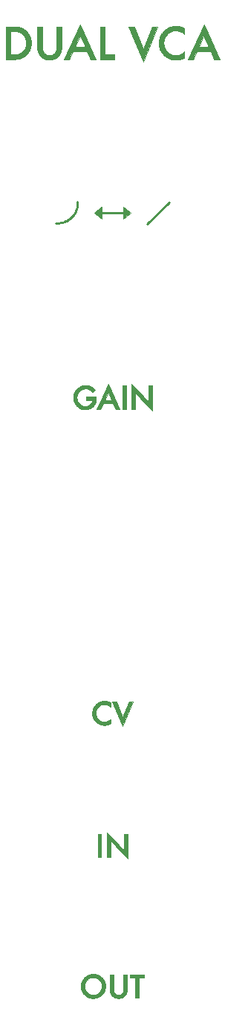
<source format=gbr>
%TF.GenerationSoftware,KiCad,Pcbnew,7.0.2-0*%
%TF.CreationDate,2024-05-25T15:48:21+01:00*%
%TF.ProjectId,dual-vca-panel,6475616c-2d76-4636-912d-70616e656c2e,rev?*%
%TF.SameCoordinates,Original*%
%TF.FileFunction,Legend,Top*%
%TF.FilePolarity,Positive*%
%FSLAX46Y46*%
G04 Gerber Fmt 4.6, Leading zero omitted, Abs format (unit mm)*
G04 Created by KiCad (PCBNEW 7.0.2-0) date 2024-05-25 15:48:21*
%MOMM*%
%LPD*%
G01*
G04 APERTURE LIST*
%ADD10C,0.100000*%
%ADD11C,0.264582*%
G04 APERTURE END LIST*
D10*
X87850093Y-152122499D02*
X87919250Y-152127263D01*
X87987143Y-152135203D01*
X88053770Y-152146319D01*
X88119132Y-152160611D01*
X88183229Y-152178080D01*
X88246061Y-152198724D01*
X88307629Y-152222544D01*
X88367931Y-152249540D01*
X88426968Y-152279712D01*
X88484741Y-152313059D01*
X88541249Y-152349583D01*
X88596491Y-152389282D01*
X88650469Y-152432158D01*
X88703183Y-152478209D01*
X88754631Y-152527435D01*
X88804067Y-152578889D01*
X88850313Y-152631622D01*
X88893370Y-152685633D01*
X88933238Y-152740922D01*
X88969916Y-152797490D01*
X89003404Y-152855337D01*
X89033703Y-152914462D01*
X89060813Y-152974865D01*
X89084733Y-153036547D01*
X89105464Y-153099508D01*
X89123006Y-153163747D01*
X89137358Y-153229264D01*
X89148520Y-153296060D01*
X89156494Y-153364135D01*
X89161278Y-153433488D01*
X89162872Y-153504120D01*
X89161271Y-153575141D01*
X89156466Y-153644802D01*
X89148459Y-153713105D01*
X89137249Y-153780048D01*
X89122836Y-153845633D01*
X89105220Y-153909858D01*
X89084402Y-153972724D01*
X89060380Y-154034231D01*
X89033156Y-154094379D01*
X89002728Y-154153168D01*
X88969098Y-154210597D01*
X88932266Y-154266668D01*
X88892230Y-154321379D01*
X88848992Y-154374730D01*
X88802551Y-154426723D01*
X88752907Y-154477356D01*
X88700779Y-154525956D01*
X88647320Y-154571421D01*
X88592528Y-154613751D01*
X88536403Y-154652945D01*
X88478947Y-154689004D01*
X88420158Y-154721928D01*
X88360037Y-154751716D01*
X88298583Y-154778368D01*
X88235797Y-154801885D01*
X88171679Y-154822267D01*
X88106229Y-154839512D01*
X88039447Y-154853623D01*
X87971332Y-154864598D01*
X87901885Y-154872437D01*
X87831106Y-154877140D01*
X87758995Y-154878708D01*
X87695025Y-154877315D01*
X87631877Y-154873137D01*
X87569549Y-154866173D01*
X87508042Y-154856423D01*
X87447356Y-154843888D01*
X87387491Y-154828567D01*
X87328447Y-154810460D01*
X87270224Y-154789568D01*
X87212821Y-154765890D01*
X87156240Y-154739426D01*
X87100480Y-154710176D01*
X87045540Y-154678141D01*
X86991422Y-154643320D01*
X86938124Y-154605713D01*
X86885648Y-154565320D01*
X86833992Y-154522141D01*
X86779341Y-154471878D01*
X86728216Y-154419705D01*
X86680617Y-154365620D01*
X86636544Y-154309624D01*
X86595997Y-154251717D01*
X86558975Y-154191899D01*
X86525480Y-154130170D01*
X86495510Y-154066530D01*
X86469066Y-154000979D01*
X86446148Y-153933517D01*
X86426756Y-153864145D01*
X86410890Y-153792861D01*
X86398549Y-153719666D01*
X86389735Y-153644561D01*
X86384446Y-153567544D01*
X86382795Y-153493622D01*
X86787483Y-153493622D01*
X86788641Y-153548133D01*
X86792113Y-153601419D01*
X86797900Y-153653480D01*
X86806001Y-153704316D01*
X86816417Y-153753928D01*
X86829148Y-153802314D01*
X86844194Y-153849476D01*
X86861554Y-153895413D01*
X86881229Y-153940124D01*
X86903219Y-153983611D01*
X86927523Y-154025874D01*
X86954142Y-154066911D01*
X86983075Y-154106723D01*
X87014323Y-154145311D01*
X87047886Y-154182673D01*
X87083763Y-154218811D01*
X87120940Y-154253229D01*
X87158829Y-154285426D01*
X87197432Y-154315403D01*
X87236748Y-154343160D01*
X87276777Y-154368696D01*
X87317519Y-154392011D01*
X87358974Y-154413106D01*
X87401143Y-154431980D01*
X87444025Y-154448634D01*
X87487620Y-154463067D01*
X87531928Y-154475280D01*
X87576949Y-154485273D01*
X87622684Y-154493044D01*
X87669132Y-154498596D01*
X87716293Y-154501926D01*
X87764168Y-154503037D01*
X87815979Y-154501906D01*
X87866767Y-154498515D01*
X87916532Y-154492863D01*
X87965275Y-154484949D01*
X88012995Y-154474776D01*
X88059692Y-154462341D01*
X88105366Y-154447645D01*
X88150018Y-154430689D01*
X88193647Y-154411472D01*
X88236253Y-154389994D01*
X88277836Y-154366256D01*
X88318397Y-154340257D01*
X88357935Y-154311997D01*
X88396450Y-154281476D01*
X88433943Y-154248695D01*
X88470413Y-154213654D01*
X88505248Y-154176549D01*
X88537836Y-154138449D01*
X88568176Y-154099354D01*
X88596268Y-154059264D01*
X88622113Y-154018178D01*
X88645711Y-153976096D01*
X88667061Y-153933019D01*
X88686164Y-153888947D01*
X88703019Y-153843878D01*
X88717627Y-153797814D01*
X88729988Y-153750755D01*
X88740101Y-153702699D01*
X88747966Y-153653648D01*
X88753585Y-153603601D01*
X88756956Y-153552558D01*
X88758080Y-153500519D01*
X88756969Y-153447874D01*
X88753639Y-153396305D01*
X88748087Y-153345814D01*
X88740316Y-153296399D01*
X88730323Y-153248060D01*
X88718111Y-153200799D01*
X88703678Y-153154613D01*
X88687024Y-153109505D01*
X88668150Y-153065473D01*
X88647056Y-153022517D01*
X88623741Y-152980637D01*
X88598206Y-152939834D01*
X88570450Y-152900107D01*
X88540475Y-152861457D01*
X88508278Y-152823882D01*
X88473862Y-152787384D01*
X88438025Y-152752343D01*
X88401138Y-152719561D01*
X88363202Y-152689041D01*
X88324216Y-152660781D01*
X88284180Y-152634782D01*
X88243095Y-152611044D01*
X88200960Y-152589566D01*
X88157775Y-152570349D01*
X88113540Y-152553393D01*
X88068256Y-152538697D01*
X88021922Y-152526262D01*
X87974538Y-152516088D01*
X87926105Y-152508175D01*
X87876622Y-152502523D01*
X87826089Y-152499132D01*
X87774506Y-152498001D01*
X87723119Y-152499132D01*
X87672741Y-152502523D01*
X87623372Y-152508175D01*
X87575014Y-152516088D01*
X87527664Y-152526262D01*
X87481324Y-152538697D01*
X87435993Y-152553393D01*
X87391671Y-152570349D01*
X87348359Y-152589566D01*
X87306056Y-152611044D01*
X87264762Y-152634782D01*
X87224478Y-152660781D01*
X87185203Y-152689041D01*
X87146937Y-152719561D01*
X87109680Y-152752343D01*
X87073433Y-152787384D01*
X87038807Y-152823652D01*
X87006415Y-152860969D01*
X86976257Y-152899336D01*
X86948333Y-152938752D01*
X86922643Y-152979218D01*
X86899187Y-153020734D01*
X86877965Y-153063300D01*
X86858976Y-153106915D01*
X86842222Y-153151579D01*
X86827701Y-153197294D01*
X86815415Y-153244058D01*
X86805362Y-153291871D01*
X86797543Y-153340734D01*
X86791959Y-153390647D01*
X86788608Y-153441610D01*
X86787491Y-153493622D01*
X86787483Y-153493622D01*
X86382795Y-153493622D01*
X86382683Y-153488617D01*
X86384291Y-153419041D01*
X86389115Y-153350704D01*
X86397156Y-153283604D01*
X86408413Y-153217744D01*
X86422887Y-153153121D01*
X86440577Y-153089737D01*
X86461483Y-153027591D01*
X86485605Y-152966683D01*
X86512944Y-152907013D01*
X86543499Y-152848581D01*
X86577271Y-152791387D01*
X86614258Y-152735431D01*
X86654462Y-152680713D01*
X86697883Y-152627233D01*
X86744520Y-152574991D01*
X86794373Y-152523987D01*
X86846264Y-152475176D01*
X86899447Y-152429514D01*
X86953923Y-152387002D01*
X87009690Y-152347639D01*
X87066750Y-152311425D01*
X87125101Y-152278360D01*
X87184744Y-152248444D01*
X87245680Y-152221678D01*
X87307907Y-152198060D01*
X87371426Y-152177592D01*
X87436238Y-152160273D01*
X87502341Y-152146102D01*
X87569735Y-152135081D01*
X87638422Y-152127209D01*
X87708400Y-152122485D01*
X87779671Y-152120911D01*
X87850093Y-152122499D01*
G36*
X87850093Y-152122499D02*
G01*
X87919250Y-152127263D01*
X87987143Y-152135203D01*
X88053770Y-152146319D01*
X88119132Y-152160611D01*
X88183229Y-152178080D01*
X88246061Y-152198724D01*
X88307629Y-152222544D01*
X88367931Y-152249540D01*
X88426968Y-152279712D01*
X88484741Y-152313059D01*
X88541249Y-152349583D01*
X88596491Y-152389282D01*
X88650469Y-152432158D01*
X88703183Y-152478209D01*
X88754631Y-152527435D01*
X88804067Y-152578889D01*
X88850313Y-152631622D01*
X88893370Y-152685633D01*
X88933238Y-152740922D01*
X88969916Y-152797490D01*
X89003404Y-152855337D01*
X89033703Y-152914462D01*
X89060813Y-152974865D01*
X89084733Y-153036547D01*
X89105464Y-153099508D01*
X89123006Y-153163747D01*
X89137358Y-153229264D01*
X89148520Y-153296060D01*
X89156494Y-153364135D01*
X89161278Y-153433488D01*
X89162872Y-153504120D01*
X89161271Y-153575141D01*
X89156466Y-153644802D01*
X89148459Y-153713105D01*
X89137249Y-153780048D01*
X89122836Y-153845633D01*
X89105220Y-153909858D01*
X89084402Y-153972724D01*
X89060380Y-154034231D01*
X89033156Y-154094379D01*
X89002728Y-154153168D01*
X88969098Y-154210597D01*
X88932266Y-154266668D01*
X88892230Y-154321379D01*
X88848992Y-154374730D01*
X88802551Y-154426723D01*
X88752907Y-154477356D01*
X88700779Y-154525956D01*
X88647320Y-154571421D01*
X88592528Y-154613751D01*
X88536403Y-154652945D01*
X88478947Y-154689004D01*
X88420158Y-154721928D01*
X88360037Y-154751716D01*
X88298583Y-154778368D01*
X88235797Y-154801885D01*
X88171679Y-154822267D01*
X88106229Y-154839512D01*
X88039447Y-154853623D01*
X87971332Y-154864598D01*
X87901885Y-154872437D01*
X87831106Y-154877140D01*
X87758995Y-154878708D01*
X87695025Y-154877315D01*
X87631877Y-154873137D01*
X87569549Y-154866173D01*
X87508042Y-154856423D01*
X87447356Y-154843888D01*
X87387491Y-154828567D01*
X87328447Y-154810460D01*
X87270224Y-154789568D01*
X87212821Y-154765890D01*
X87156240Y-154739426D01*
X87100480Y-154710176D01*
X87045540Y-154678141D01*
X86991422Y-154643320D01*
X86938124Y-154605713D01*
X86885648Y-154565320D01*
X86833992Y-154522141D01*
X86779341Y-154471878D01*
X86728216Y-154419705D01*
X86680617Y-154365620D01*
X86636544Y-154309624D01*
X86595997Y-154251717D01*
X86558975Y-154191899D01*
X86525480Y-154130170D01*
X86495510Y-154066530D01*
X86469066Y-154000979D01*
X86446148Y-153933517D01*
X86426756Y-153864145D01*
X86410890Y-153792861D01*
X86398549Y-153719666D01*
X86389735Y-153644561D01*
X86384446Y-153567544D01*
X86382795Y-153493622D01*
X86787483Y-153493622D01*
X86788641Y-153548133D01*
X86792113Y-153601419D01*
X86797900Y-153653480D01*
X86806001Y-153704316D01*
X86816417Y-153753928D01*
X86829148Y-153802314D01*
X86844194Y-153849476D01*
X86861554Y-153895413D01*
X86881229Y-153940124D01*
X86903219Y-153983611D01*
X86927523Y-154025874D01*
X86954142Y-154066911D01*
X86983075Y-154106723D01*
X87014323Y-154145311D01*
X87047886Y-154182673D01*
X87083763Y-154218811D01*
X87120940Y-154253229D01*
X87158829Y-154285426D01*
X87197432Y-154315403D01*
X87236748Y-154343160D01*
X87276777Y-154368696D01*
X87317519Y-154392011D01*
X87358974Y-154413106D01*
X87401143Y-154431980D01*
X87444025Y-154448634D01*
X87487620Y-154463067D01*
X87531928Y-154475280D01*
X87576949Y-154485273D01*
X87622684Y-154493044D01*
X87669132Y-154498596D01*
X87716293Y-154501926D01*
X87764168Y-154503037D01*
X87815979Y-154501906D01*
X87866767Y-154498515D01*
X87916532Y-154492863D01*
X87965275Y-154484949D01*
X88012995Y-154474776D01*
X88059692Y-154462341D01*
X88105366Y-154447645D01*
X88150018Y-154430689D01*
X88193647Y-154411472D01*
X88236253Y-154389994D01*
X88277836Y-154366256D01*
X88318397Y-154340257D01*
X88357935Y-154311997D01*
X88396450Y-154281476D01*
X88433943Y-154248695D01*
X88470413Y-154213654D01*
X88505248Y-154176549D01*
X88537836Y-154138449D01*
X88568176Y-154099354D01*
X88596268Y-154059264D01*
X88622113Y-154018178D01*
X88645711Y-153976096D01*
X88667061Y-153933019D01*
X88686164Y-153888947D01*
X88703019Y-153843878D01*
X88717627Y-153797814D01*
X88729988Y-153750755D01*
X88740101Y-153702699D01*
X88747966Y-153653648D01*
X88753585Y-153603601D01*
X88756956Y-153552558D01*
X88758080Y-153500519D01*
X88756969Y-153447874D01*
X88753639Y-153396305D01*
X88748087Y-153345814D01*
X88740316Y-153296399D01*
X88730323Y-153248060D01*
X88718111Y-153200799D01*
X88703678Y-153154613D01*
X88687024Y-153109505D01*
X88668150Y-153065473D01*
X88647056Y-153022517D01*
X88623741Y-152980637D01*
X88598206Y-152939834D01*
X88570450Y-152900107D01*
X88540475Y-152861457D01*
X88508278Y-152823882D01*
X88473862Y-152787384D01*
X88438025Y-152752343D01*
X88401138Y-152719561D01*
X88363202Y-152689041D01*
X88324216Y-152660781D01*
X88284180Y-152634782D01*
X88243095Y-152611044D01*
X88200960Y-152589566D01*
X88157775Y-152570349D01*
X88113540Y-152553393D01*
X88068256Y-152538697D01*
X88021922Y-152526262D01*
X87974538Y-152516088D01*
X87926105Y-152508175D01*
X87876622Y-152502523D01*
X87826089Y-152499132D01*
X87774506Y-152498001D01*
X87723119Y-152499132D01*
X87672741Y-152502523D01*
X87623372Y-152508175D01*
X87575014Y-152516088D01*
X87527664Y-152526262D01*
X87481324Y-152538697D01*
X87435993Y-152553393D01*
X87391671Y-152570349D01*
X87348359Y-152589566D01*
X87306056Y-152611044D01*
X87264762Y-152634782D01*
X87224478Y-152660781D01*
X87185203Y-152689041D01*
X87146937Y-152719561D01*
X87109680Y-152752343D01*
X87073433Y-152787384D01*
X87038807Y-152823652D01*
X87006415Y-152860969D01*
X86976257Y-152899336D01*
X86948333Y-152938752D01*
X86922643Y-152979218D01*
X86899187Y-153020734D01*
X86877965Y-153063300D01*
X86858976Y-153106915D01*
X86842222Y-153151579D01*
X86827701Y-153197294D01*
X86815415Y-153244058D01*
X86805362Y-153291871D01*
X86797543Y-153340734D01*
X86791959Y-153390647D01*
X86788608Y-153441610D01*
X86787491Y-153493622D01*
X86787483Y-153493622D01*
X86382795Y-153493622D01*
X86382683Y-153488617D01*
X86384291Y-153419041D01*
X86389115Y-153350704D01*
X86397156Y-153283604D01*
X86408413Y-153217744D01*
X86422887Y-153153121D01*
X86440577Y-153089737D01*
X86461483Y-153027591D01*
X86485605Y-152966683D01*
X86512944Y-152907013D01*
X86543499Y-152848581D01*
X86577271Y-152791387D01*
X86614258Y-152735431D01*
X86654462Y-152680713D01*
X86697883Y-152627233D01*
X86744520Y-152574991D01*
X86794373Y-152523987D01*
X86846264Y-152475176D01*
X86899447Y-152429514D01*
X86953923Y-152387002D01*
X87009690Y-152347639D01*
X87066750Y-152311425D01*
X87125101Y-152278360D01*
X87184744Y-152248444D01*
X87245680Y-152221678D01*
X87307907Y-152198060D01*
X87371426Y-152177592D01*
X87436238Y-152160273D01*
X87502341Y-152146102D01*
X87569735Y-152135081D01*
X87638422Y-152127209D01*
X87708400Y-152122485D01*
X87779671Y-152120911D01*
X87850093Y-152122499D01*
G37*
D11*
X85880510Y-65035629D02*
X85823875Y-65208740D01*
D10*
X86939995Y-85128336D02*
X86978484Y-85129830D01*
X87016649Y-85132320D01*
X87054492Y-85135806D01*
X87092011Y-85140288D01*
X87129208Y-85145765D01*
X87166081Y-85152239D01*
X87202632Y-85159708D01*
X87238859Y-85168173D01*
X87274764Y-85177634D01*
X87310345Y-85188091D01*
X87345604Y-85199543D01*
X87380539Y-85211992D01*
X87415151Y-85225435D01*
X87449440Y-85239875D01*
X87483406Y-85255310D01*
X87515670Y-85271862D01*
X87547867Y-85289652D01*
X87579997Y-85308681D01*
X87612059Y-85328947D01*
X87644054Y-85350452D01*
X87675982Y-85373194D01*
X87707842Y-85397175D01*
X87739635Y-85422394D01*
X87771360Y-85448851D01*
X87803018Y-85476546D01*
X87834609Y-85505479D01*
X87866133Y-85535650D01*
X87897589Y-85567060D01*
X87928978Y-85599707D01*
X87960300Y-85633593D01*
X87991554Y-85668717D01*
X87705612Y-85942612D01*
X87664143Y-85889838D01*
X87621556Y-85840468D01*
X87577853Y-85794504D01*
X87533032Y-85751944D01*
X87487095Y-85712790D01*
X87440041Y-85677040D01*
X87391870Y-85644695D01*
X87342583Y-85615755D01*
X87292178Y-85590220D01*
X87240657Y-85568089D01*
X87188018Y-85549364D01*
X87134263Y-85534043D01*
X87079391Y-85522126D01*
X87023402Y-85513615D01*
X86966296Y-85508508D01*
X86908073Y-85506806D01*
X86855852Y-85507943D01*
X86804694Y-85511354D01*
X86754599Y-85517039D01*
X86705567Y-85524999D01*
X86657598Y-85535233D01*
X86610693Y-85547741D01*
X86564850Y-85562524D01*
X86520071Y-85579580D01*
X86476355Y-85598912D01*
X86433701Y-85620517D01*
X86392111Y-85644397D01*
X86351584Y-85670551D01*
X86312119Y-85698980D01*
X86273718Y-85729683D01*
X86236379Y-85762661D01*
X86200104Y-85797913D01*
X86165478Y-85834221D01*
X86133086Y-85871659D01*
X86102928Y-85910228D01*
X86075004Y-85949927D01*
X86049314Y-85990757D01*
X86025858Y-86032718D01*
X86004636Y-86075808D01*
X85985647Y-86120030D01*
X85968893Y-86165381D01*
X85954372Y-86211863D01*
X85942086Y-86259476D01*
X85932033Y-86308219D01*
X85924214Y-86358093D01*
X85918630Y-86409097D01*
X85915279Y-86461231D01*
X85914162Y-86514496D01*
X85915406Y-86569436D01*
X85919141Y-86623152D01*
X85925365Y-86675643D01*
X85934079Y-86726910D01*
X85945282Y-86776951D01*
X85958975Y-86825769D01*
X85975158Y-86873361D01*
X85993830Y-86919729D01*
X86014992Y-86964873D01*
X86038643Y-87008791D01*
X86064784Y-87051485D01*
X86093415Y-87092954D01*
X86124535Y-87133198D01*
X86158145Y-87172218D01*
X86194245Y-87210012D01*
X86232834Y-87246582D01*
X86270278Y-87278913D01*
X86308113Y-87309158D01*
X86346338Y-87337318D01*
X86384953Y-87363392D01*
X86423959Y-87387380D01*
X86463355Y-87409282D01*
X86503141Y-87429098D01*
X86543318Y-87446829D01*
X86583885Y-87462474D01*
X86624842Y-87476032D01*
X86666190Y-87487505D01*
X86707928Y-87496892D01*
X86750057Y-87504193D01*
X86792575Y-87509408D01*
X86835485Y-87512537D01*
X86878784Y-87513580D01*
X86915583Y-87512800D01*
X86951911Y-87510458D01*
X86987768Y-87506556D01*
X87023154Y-87501092D01*
X87058069Y-87494067D01*
X87092513Y-87485482D01*
X87126486Y-87475335D01*
X87159988Y-87463627D01*
X87193019Y-87450358D01*
X87225579Y-87435528D01*
X87257669Y-87419137D01*
X87289287Y-87401185D01*
X87320434Y-87381672D01*
X87351110Y-87360598D01*
X87381315Y-87337963D01*
X87411049Y-87313767D01*
X87439733Y-87288266D01*
X87466789Y-87262146D01*
X87492217Y-87235407D01*
X87516016Y-87208049D01*
X87538187Y-87180071D01*
X87558729Y-87151475D01*
X87577643Y-87122259D01*
X87594929Y-87092424D01*
X87610586Y-87061970D01*
X87624615Y-87030897D01*
X87637016Y-86999204D01*
X87647789Y-86966893D01*
X87656934Y-86933961D01*
X87664450Y-86900411D01*
X87670339Y-86866241D01*
X87674599Y-86831452D01*
X87011421Y-86831452D01*
X87011406Y-86454163D01*
X88110390Y-86454163D01*
X88110390Y-86542069D01*
X88109286Y-86615922D01*
X88105976Y-86687623D01*
X88100460Y-86757171D01*
X88092736Y-86824566D01*
X88082806Y-86889808D01*
X88070668Y-86952897D01*
X88056324Y-87013833D01*
X88039772Y-87072617D01*
X88030789Y-87099208D01*
X88021066Y-87125584D01*
X88010602Y-87151745D01*
X87999399Y-87177691D01*
X87987455Y-87203421D01*
X87974771Y-87228936D01*
X87961348Y-87254235D01*
X87947184Y-87279320D01*
X87932280Y-87304189D01*
X87916635Y-87328843D01*
X87900251Y-87353281D01*
X87883127Y-87377504D01*
X87865262Y-87401512D01*
X87846658Y-87425305D01*
X87827313Y-87448882D01*
X87807228Y-87472244D01*
X87760148Y-87522724D01*
X87711493Y-87569946D01*
X87661264Y-87613912D01*
X87609460Y-87654621D01*
X87556081Y-87692072D01*
X87501128Y-87726268D01*
X87444601Y-87757206D01*
X87386498Y-87784887D01*
X87326822Y-87809312D01*
X87265570Y-87830480D01*
X87202745Y-87848392D01*
X87138344Y-87863047D01*
X87072369Y-87874445D01*
X87004820Y-87882586D01*
X86935696Y-87887471D01*
X86864998Y-87889099D01*
X86795860Y-87887525D01*
X86727975Y-87882801D01*
X86661340Y-87874929D01*
X86595957Y-87863908D01*
X86531826Y-87849737D01*
X86468947Y-87832418D01*
X86407318Y-87811950D01*
X86346942Y-87788332D01*
X86287817Y-87761566D01*
X86229944Y-87731650D01*
X86173322Y-87698585D01*
X86117952Y-87662371D01*
X86063834Y-87623008D01*
X86010967Y-87580495D01*
X85959352Y-87534834D01*
X85908989Y-87486023D01*
X85860806Y-87434791D01*
X85815731Y-87382293D01*
X85773765Y-87328531D01*
X85734907Y-87273503D01*
X85699158Y-87217211D01*
X85666518Y-87159653D01*
X85636986Y-87100831D01*
X85610562Y-87040743D01*
X85587248Y-86979390D01*
X85567041Y-86916772D01*
X85549944Y-86852889D01*
X85535955Y-86787741D01*
X85525075Y-86721328D01*
X85517303Y-86653649D01*
X85512640Y-86584705D01*
X85511086Y-86514496D01*
X85512667Y-86442836D01*
X85517411Y-86372548D01*
X85525317Y-86303632D01*
X85536386Y-86236090D01*
X85550617Y-86169920D01*
X85568011Y-86105122D01*
X85588567Y-86041697D01*
X85612286Y-85979645D01*
X85639167Y-85918965D01*
X85669211Y-85859658D01*
X85702417Y-85801723D01*
X85738786Y-85745161D01*
X85778317Y-85689972D01*
X85821011Y-85636155D01*
X85866867Y-85583710D01*
X85915886Y-85532639D01*
X85967172Y-85483620D01*
X86019831Y-85437764D01*
X86073863Y-85395070D01*
X86129267Y-85355538D01*
X86186044Y-85319170D01*
X86244193Y-85285963D01*
X86303715Y-85255920D01*
X86364610Y-85229038D01*
X86426877Y-85205320D01*
X86490517Y-85184763D01*
X86555530Y-85167370D01*
X86621915Y-85153138D01*
X86689673Y-85142070D01*
X86758804Y-85134163D01*
X86829308Y-85129419D01*
X86901184Y-85127838D01*
X86939995Y-85128336D01*
G36*
X86939995Y-85128336D02*
G01*
X86978484Y-85129830D01*
X87016649Y-85132320D01*
X87054492Y-85135806D01*
X87092011Y-85140288D01*
X87129208Y-85145765D01*
X87166081Y-85152239D01*
X87202632Y-85159708D01*
X87238859Y-85168173D01*
X87274764Y-85177634D01*
X87310345Y-85188091D01*
X87345604Y-85199543D01*
X87380539Y-85211992D01*
X87415151Y-85225435D01*
X87449440Y-85239875D01*
X87483406Y-85255310D01*
X87515670Y-85271862D01*
X87547867Y-85289652D01*
X87579997Y-85308681D01*
X87612059Y-85328947D01*
X87644054Y-85350452D01*
X87675982Y-85373194D01*
X87707842Y-85397175D01*
X87739635Y-85422394D01*
X87771360Y-85448851D01*
X87803018Y-85476546D01*
X87834609Y-85505479D01*
X87866133Y-85535650D01*
X87897589Y-85567060D01*
X87928978Y-85599707D01*
X87960300Y-85633593D01*
X87991554Y-85668717D01*
X87705612Y-85942612D01*
X87664143Y-85889838D01*
X87621556Y-85840468D01*
X87577853Y-85794504D01*
X87533032Y-85751944D01*
X87487095Y-85712790D01*
X87440041Y-85677040D01*
X87391870Y-85644695D01*
X87342583Y-85615755D01*
X87292178Y-85590220D01*
X87240657Y-85568089D01*
X87188018Y-85549364D01*
X87134263Y-85534043D01*
X87079391Y-85522126D01*
X87023402Y-85513615D01*
X86966296Y-85508508D01*
X86908073Y-85506806D01*
X86855852Y-85507943D01*
X86804694Y-85511354D01*
X86754599Y-85517039D01*
X86705567Y-85524999D01*
X86657598Y-85535233D01*
X86610693Y-85547741D01*
X86564850Y-85562524D01*
X86520071Y-85579580D01*
X86476355Y-85598912D01*
X86433701Y-85620517D01*
X86392111Y-85644397D01*
X86351584Y-85670551D01*
X86312119Y-85698980D01*
X86273718Y-85729683D01*
X86236379Y-85762661D01*
X86200104Y-85797913D01*
X86165478Y-85834221D01*
X86133086Y-85871659D01*
X86102928Y-85910228D01*
X86075004Y-85949927D01*
X86049314Y-85990757D01*
X86025858Y-86032718D01*
X86004636Y-86075808D01*
X85985647Y-86120030D01*
X85968893Y-86165381D01*
X85954372Y-86211863D01*
X85942086Y-86259476D01*
X85932033Y-86308219D01*
X85924214Y-86358093D01*
X85918630Y-86409097D01*
X85915279Y-86461231D01*
X85914162Y-86514496D01*
X85915406Y-86569436D01*
X85919141Y-86623152D01*
X85925365Y-86675643D01*
X85934079Y-86726910D01*
X85945282Y-86776951D01*
X85958975Y-86825769D01*
X85975158Y-86873361D01*
X85993830Y-86919729D01*
X86014992Y-86964873D01*
X86038643Y-87008791D01*
X86064784Y-87051485D01*
X86093415Y-87092954D01*
X86124535Y-87133198D01*
X86158145Y-87172218D01*
X86194245Y-87210012D01*
X86232834Y-87246582D01*
X86270278Y-87278913D01*
X86308113Y-87309158D01*
X86346338Y-87337318D01*
X86384953Y-87363392D01*
X86423959Y-87387380D01*
X86463355Y-87409282D01*
X86503141Y-87429098D01*
X86543318Y-87446829D01*
X86583885Y-87462474D01*
X86624842Y-87476032D01*
X86666190Y-87487505D01*
X86707928Y-87496892D01*
X86750057Y-87504193D01*
X86792575Y-87509408D01*
X86835485Y-87512537D01*
X86878784Y-87513580D01*
X86915583Y-87512800D01*
X86951911Y-87510458D01*
X86987768Y-87506556D01*
X87023154Y-87501092D01*
X87058069Y-87494067D01*
X87092513Y-87485482D01*
X87126486Y-87475335D01*
X87159988Y-87463627D01*
X87193019Y-87450358D01*
X87225579Y-87435528D01*
X87257669Y-87419137D01*
X87289287Y-87401185D01*
X87320434Y-87381672D01*
X87351110Y-87360598D01*
X87381315Y-87337963D01*
X87411049Y-87313767D01*
X87439733Y-87288266D01*
X87466789Y-87262146D01*
X87492217Y-87235407D01*
X87516016Y-87208049D01*
X87538187Y-87180071D01*
X87558729Y-87151475D01*
X87577643Y-87122259D01*
X87594929Y-87092424D01*
X87610586Y-87061970D01*
X87624615Y-87030897D01*
X87637016Y-86999204D01*
X87647789Y-86966893D01*
X87656934Y-86933961D01*
X87664450Y-86900411D01*
X87670339Y-86866241D01*
X87674599Y-86831452D01*
X87011421Y-86831452D01*
X87011406Y-86454163D01*
X88110390Y-86454163D01*
X88110390Y-86542069D01*
X88109286Y-86615922D01*
X88105976Y-86687623D01*
X88100460Y-86757171D01*
X88092736Y-86824566D01*
X88082806Y-86889808D01*
X88070668Y-86952897D01*
X88056324Y-87013833D01*
X88039772Y-87072617D01*
X88030789Y-87099208D01*
X88021066Y-87125584D01*
X88010602Y-87151745D01*
X87999399Y-87177691D01*
X87987455Y-87203421D01*
X87974771Y-87228936D01*
X87961348Y-87254235D01*
X87947184Y-87279320D01*
X87932280Y-87304189D01*
X87916635Y-87328843D01*
X87900251Y-87353281D01*
X87883127Y-87377504D01*
X87865262Y-87401512D01*
X87846658Y-87425305D01*
X87827313Y-87448882D01*
X87807228Y-87472244D01*
X87760148Y-87522724D01*
X87711493Y-87569946D01*
X87661264Y-87613912D01*
X87609460Y-87654621D01*
X87556081Y-87692072D01*
X87501128Y-87726268D01*
X87444601Y-87757206D01*
X87386498Y-87784887D01*
X87326822Y-87809312D01*
X87265570Y-87830480D01*
X87202745Y-87848392D01*
X87138344Y-87863047D01*
X87072369Y-87874445D01*
X87004820Y-87882586D01*
X86935696Y-87887471D01*
X86864998Y-87889099D01*
X86795860Y-87887525D01*
X86727975Y-87882801D01*
X86661340Y-87874929D01*
X86595957Y-87863908D01*
X86531826Y-87849737D01*
X86468947Y-87832418D01*
X86407318Y-87811950D01*
X86346942Y-87788332D01*
X86287817Y-87761566D01*
X86229944Y-87731650D01*
X86173322Y-87698585D01*
X86117952Y-87662371D01*
X86063834Y-87623008D01*
X86010967Y-87580495D01*
X85959352Y-87534834D01*
X85908989Y-87486023D01*
X85860806Y-87434791D01*
X85815731Y-87382293D01*
X85773765Y-87328531D01*
X85734907Y-87273503D01*
X85699158Y-87217211D01*
X85666518Y-87159653D01*
X85636986Y-87100831D01*
X85610562Y-87040743D01*
X85587248Y-86979390D01*
X85567041Y-86916772D01*
X85549944Y-86852889D01*
X85535955Y-86787741D01*
X85525075Y-86721328D01*
X85517303Y-86653649D01*
X85512640Y-86584705D01*
X85511086Y-86514496D01*
X85512667Y-86442836D01*
X85517411Y-86372548D01*
X85525317Y-86303632D01*
X85536386Y-86236090D01*
X85550617Y-86169920D01*
X85568011Y-86105122D01*
X85588567Y-86041697D01*
X85612286Y-85979645D01*
X85639167Y-85918965D01*
X85669211Y-85859658D01*
X85702417Y-85801723D01*
X85738786Y-85745161D01*
X85778317Y-85689972D01*
X85821011Y-85636155D01*
X85866867Y-85583710D01*
X85915886Y-85532639D01*
X85967172Y-85483620D01*
X86019831Y-85437764D01*
X86073863Y-85395070D01*
X86129267Y-85355538D01*
X86186044Y-85319170D01*
X86244193Y-85285963D01*
X86303715Y-85255920D01*
X86364610Y-85229038D01*
X86426877Y-85205320D01*
X86490517Y-85184763D01*
X86555530Y-85167370D01*
X86621915Y-85153138D01*
X86689673Y-85142070D01*
X86758804Y-85134163D01*
X86829308Y-85129419D01*
X86901184Y-85127838D01*
X86939995Y-85128336D01*
G37*
X90775162Y-87839096D02*
X90335915Y-87839096D01*
X90056862Y-87193146D01*
X88918259Y-87193146D01*
X88621979Y-87839096D01*
X88189621Y-87839096D01*
X88665987Y-86815903D01*
X89085350Y-86815903D01*
X89893219Y-86815903D01*
X89498756Y-85911560D01*
X89085350Y-86815903D01*
X88665987Y-86815903D01*
X89505646Y-85012390D01*
X90775162Y-87839096D01*
G36*
X90775162Y-87839096D02*
G01*
X90335915Y-87839096D01*
X90056862Y-87193146D01*
X88918259Y-87193146D01*
X88621979Y-87839096D01*
X88189621Y-87839096D01*
X88665987Y-86815903D01*
X89085350Y-86815903D01*
X89893219Y-86815903D01*
X89498756Y-85911560D01*
X89085350Y-86815903D01*
X88665987Y-86815903D01*
X89505646Y-85012390D01*
X90775162Y-87839096D01*
G37*
D11*
X85681323Y-65518341D02*
X85597236Y-65655747D01*
D10*
X89120574Y-121045072D02*
X89165078Y-121047353D01*
X89209393Y-121051155D01*
X89253520Y-121056477D01*
X89297459Y-121063320D01*
X89341209Y-121071684D01*
X89384770Y-121081568D01*
X89428144Y-121092974D01*
X89471328Y-121105900D01*
X89514325Y-121120347D01*
X89557133Y-121136315D01*
X89599753Y-121153804D01*
X89642184Y-121172813D01*
X89684427Y-121193344D01*
X89726482Y-121215395D01*
X89768341Y-121238964D01*
X89768341Y-121714340D01*
X89724752Y-121679088D01*
X89680975Y-121646111D01*
X89637010Y-121615407D01*
X89592856Y-121586979D01*
X89548514Y-121560825D01*
X89503983Y-121536945D01*
X89459264Y-121515339D01*
X89414357Y-121496008D01*
X89369262Y-121478951D01*
X89323978Y-121464169D01*
X89278505Y-121451661D01*
X89232844Y-121441427D01*
X89186995Y-121433467D01*
X89140958Y-121427781D01*
X89094732Y-121424370D01*
X89048317Y-121423233D01*
X88997576Y-121424384D01*
X88947845Y-121427836D01*
X88899123Y-121433589D01*
X88851410Y-121441644D01*
X88804706Y-121451999D01*
X88759012Y-121464656D01*
X88714327Y-121479615D01*
X88670650Y-121496874D01*
X88627984Y-121516435D01*
X88586326Y-121538296D01*
X88545678Y-121562459D01*
X88506039Y-121588923D01*
X88467409Y-121617688D01*
X88429788Y-121648754D01*
X88393177Y-121682121D01*
X88357574Y-121717789D01*
X88323366Y-121754904D01*
X88291364Y-121793042D01*
X88261570Y-121832203D01*
X88233982Y-121872387D01*
X88208602Y-121913594D01*
X88185429Y-121955823D01*
X88164463Y-121999075D01*
X88145703Y-122043350D01*
X88129151Y-122088648D01*
X88114806Y-122134969D01*
X88102668Y-122182312D01*
X88092736Y-122230679D01*
X88085012Y-122280068D01*
X88079495Y-122330480D01*
X88076184Y-122381914D01*
X88075081Y-122434372D01*
X88076184Y-122486180D01*
X88079495Y-122536966D01*
X88085012Y-122586730D01*
X88092736Y-122635470D01*
X88102668Y-122683189D01*
X88114806Y-122729885D01*
X88129151Y-122775559D01*
X88145703Y-122820210D01*
X88164463Y-122863838D01*
X88185429Y-122906444D01*
X88208602Y-122948028D01*
X88233982Y-122988589D01*
X88261570Y-123028128D01*
X88291364Y-123066645D01*
X88323366Y-123104138D01*
X88357574Y-123140610D01*
X88393385Y-123175444D01*
X88430190Y-123208030D01*
X88467992Y-123238369D01*
X88506790Y-123266461D01*
X88546583Y-123292305D01*
X88587373Y-123315902D01*
X88629158Y-123337252D01*
X88671939Y-123356354D01*
X88715716Y-123373209D01*
X88760489Y-123387817D01*
X88806258Y-123400177D01*
X88853022Y-123410290D01*
X88900783Y-123418156D01*
X88949540Y-123423774D01*
X88999293Y-123427145D01*
X89050041Y-123428269D01*
X89076277Y-123427999D01*
X89102014Y-123427192D01*
X89127254Y-123425847D01*
X89151995Y-123423963D01*
X89176239Y-123421541D01*
X89199984Y-123418580D01*
X89223232Y-123415082D01*
X89245981Y-123411045D01*
X89268233Y-123406470D01*
X89289986Y-123401357D01*
X89311242Y-123395706D01*
X89331999Y-123389516D01*
X89352259Y-123382788D01*
X89372020Y-123375522D01*
X89391284Y-123367718D01*
X89410049Y-123359375D01*
X89430801Y-123350377D01*
X89451713Y-123340627D01*
X89472787Y-123330127D01*
X89494022Y-123318876D01*
X89515419Y-123306875D01*
X89536978Y-123294124D01*
X89558699Y-123280624D01*
X89580582Y-123266373D01*
X89603109Y-123251349D01*
X89625906Y-123235574D01*
X89648972Y-123219047D01*
X89672307Y-123201769D01*
X89695911Y-123183739D01*
X89719785Y-123164957D01*
X89743928Y-123145424D01*
X89768341Y-123125137D01*
X89768341Y-123609161D01*
X89725144Y-123632734D01*
X89681677Y-123654786D01*
X89637941Y-123675316D01*
X89593936Y-123694326D01*
X89549661Y-123711815D01*
X89505118Y-123727782D01*
X89460305Y-123742229D01*
X89415222Y-123755156D01*
X89369870Y-123766561D01*
X89324250Y-123776446D01*
X89278359Y-123784809D01*
X89232200Y-123791653D01*
X89185771Y-123796975D01*
X89139073Y-123800777D01*
X89092105Y-123803058D01*
X89044868Y-123803818D01*
X88974252Y-123802264D01*
X88904940Y-123797601D01*
X88836933Y-123789829D01*
X88770232Y-123778950D01*
X88704836Y-123764961D01*
X88640745Y-123747864D01*
X88577960Y-123727658D01*
X88516479Y-123704344D01*
X88456305Y-123677921D01*
X88397435Y-123648389D01*
X88339871Y-123615749D01*
X88283612Y-123579999D01*
X88228659Y-123541141D01*
X88175011Y-123499174D01*
X88122669Y-123454099D01*
X88071632Y-123405914D01*
X88023031Y-123355100D01*
X87977565Y-123302994D01*
X87935234Y-123249596D01*
X87896040Y-123194906D01*
X87859981Y-123138923D01*
X87827057Y-123081649D01*
X87797270Y-123023083D01*
X87770617Y-122963225D01*
X87747101Y-122902074D01*
X87726720Y-122839632D01*
X87709474Y-122775898D01*
X87695365Y-122710873D01*
X87684390Y-122644555D01*
X87676551Y-122576945D01*
X87671848Y-122508044D01*
X87670280Y-122437851D01*
X87671593Y-122374764D01*
X87675529Y-122312538D01*
X87682090Y-122251172D01*
X87691275Y-122190668D01*
X87703084Y-122131024D01*
X87717517Y-122072242D01*
X87734575Y-122014320D01*
X87754256Y-121957260D01*
X87776562Y-121901061D01*
X87801492Y-121845723D01*
X87829047Y-121791247D01*
X87859225Y-121737631D01*
X87892027Y-121684877D01*
X87927454Y-121632985D01*
X87965505Y-121581954D01*
X88006180Y-121531784D01*
X88058806Y-121472754D01*
X88113329Y-121417533D01*
X88169750Y-121366120D01*
X88228068Y-121318515D01*
X88288283Y-121274719D01*
X88350396Y-121234731D01*
X88414407Y-121198551D01*
X88480314Y-121166180D01*
X88548119Y-121137617D01*
X88617822Y-121112862D01*
X88689422Y-121091916D01*
X88762919Y-121074779D01*
X88838314Y-121061449D01*
X88915606Y-121051928D01*
X88994795Y-121046216D01*
X89075882Y-121044312D01*
X89120574Y-121045072D01*
G36*
X89120574Y-121045072D02*
G01*
X89165078Y-121047353D01*
X89209393Y-121051155D01*
X89253520Y-121056477D01*
X89297459Y-121063320D01*
X89341209Y-121071684D01*
X89384770Y-121081568D01*
X89428144Y-121092974D01*
X89471328Y-121105900D01*
X89514325Y-121120347D01*
X89557133Y-121136315D01*
X89599753Y-121153804D01*
X89642184Y-121172813D01*
X89684427Y-121193344D01*
X89726482Y-121215395D01*
X89768341Y-121238964D01*
X89768341Y-121714340D01*
X89724752Y-121679088D01*
X89680975Y-121646111D01*
X89637010Y-121615407D01*
X89592856Y-121586979D01*
X89548514Y-121560825D01*
X89503983Y-121536945D01*
X89459264Y-121515339D01*
X89414357Y-121496008D01*
X89369262Y-121478951D01*
X89323978Y-121464169D01*
X89278505Y-121451661D01*
X89232844Y-121441427D01*
X89186995Y-121433467D01*
X89140958Y-121427781D01*
X89094732Y-121424370D01*
X89048317Y-121423233D01*
X88997576Y-121424384D01*
X88947845Y-121427836D01*
X88899123Y-121433589D01*
X88851410Y-121441644D01*
X88804706Y-121451999D01*
X88759012Y-121464656D01*
X88714327Y-121479615D01*
X88670650Y-121496874D01*
X88627984Y-121516435D01*
X88586326Y-121538296D01*
X88545678Y-121562459D01*
X88506039Y-121588923D01*
X88467409Y-121617688D01*
X88429788Y-121648754D01*
X88393177Y-121682121D01*
X88357574Y-121717789D01*
X88323366Y-121754904D01*
X88291364Y-121793042D01*
X88261570Y-121832203D01*
X88233982Y-121872387D01*
X88208602Y-121913594D01*
X88185429Y-121955823D01*
X88164463Y-121999075D01*
X88145703Y-122043350D01*
X88129151Y-122088648D01*
X88114806Y-122134969D01*
X88102668Y-122182312D01*
X88092736Y-122230679D01*
X88085012Y-122280068D01*
X88079495Y-122330480D01*
X88076184Y-122381914D01*
X88075081Y-122434372D01*
X88076184Y-122486180D01*
X88079495Y-122536966D01*
X88085012Y-122586730D01*
X88092736Y-122635470D01*
X88102668Y-122683189D01*
X88114806Y-122729885D01*
X88129151Y-122775559D01*
X88145703Y-122820210D01*
X88164463Y-122863838D01*
X88185429Y-122906444D01*
X88208602Y-122948028D01*
X88233982Y-122988589D01*
X88261570Y-123028128D01*
X88291364Y-123066645D01*
X88323366Y-123104138D01*
X88357574Y-123140610D01*
X88393385Y-123175444D01*
X88430190Y-123208030D01*
X88467992Y-123238369D01*
X88506790Y-123266461D01*
X88546583Y-123292305D01*
X88587373Y-123315902D01*
X88629158Y-123337252D01*
X88671939Y-123356354D01*
X88715716Y-123373209D01*
X88760489Y-123387817D01*
X88806258Y-123400177D01*
X88853022Y-123410290D01*
X88900783Y-123418156D01*
X88949540Y-123423774D01*
X88999293Y-123427145D01*
X89050041Y-123428269D01*
X89076277Y-123427999D01*
X89102014Y-123427192D01*
X89127254Y-123425847D01*
X89151995Y-123423963D01*
X89176239Y-123421541D01*
X89199984Y-123418580D01*
X89223232Y-123415082D01*
X89245981Y-123411045D01*
X89268233Y-123406470D01*
X89289986Y-123401357D01*
X89311242Y-123395706D01*
X89331999Y-123389516D01*
X89352259Y-123382788D01*
X89372020Y-123375522D01*
X89391284Y-123367718D01*
X89410049Y-123359375D01*
X89430801Y-123350377D01*
X89451713Y-123340627D01*
X89472787Y-123330127D01*
X89494022Y-123318876D01*
X89515419Y-123306875D01*
X89536978Y-123294124D01*
X89558699Y-123280624D01*
X89580582Y-123266373D01*
X89603109Y-123251349D01*
X89625906Y-123235574D01*
X89648972Y-123219047D01*
X89672307Y-123201769D01*
X89695911Y-123183739D01*
X89719785Y-123164957D01*
X89743928Y-123145424D01*
X89768341Y-123125137D01*
X89768341Y-123609161D01*
X89725144Y-123632734D01*
X89681677Y-123654786D01*
X89637941Y-123675316D01*
X89593936Y-123694326D01*
X89549661Y-123711815D01*
X89505118Y-123727782D01*
X89460305Y-123742229D01*
X89415222Y-123755156D01*
X89369870Y-123766561D01*
X89324250Y-123776446D01*
X89278359Y-123784809D01*
X89232200Y-123791653D01*
X89185771Y-123796975D01*
X89139073Y-123800777D01*
X89092105Y-123803058D01*
X89044868Y-123803818D01*
X88974252Y-123802264D01*
X88904940Y-123797601D01*
X88836933Y-123789829D01*
X88770232Y-123778950D01*
X88704836Y-123764961D01*
X88640745Y-123747864D01*
X88577960Y-123727658D01*
X88516479Y-123704344D01*
X88456305Y-123677921D01*
X88397435Y-123648389D01*
X88339871Y-123615749D01*
X88283612Y-123579999D01*
X88228659Y-123541141D01*
X88175011Y-123499174D01*
X88122669Y-123454099D01*
X88071632Y-123405914D01*
X88023031Y-123355100D01*
X87977565Y-123302994D01*
X87935234Y-123249596D01*
X87896040Y-123194906D01*
X87859981Y-123138923D01*
X87827057Y-123081649D01*
X87797270Y-123023083D01*
X87770617Y-122963225D01*
X87747101Y-122902074D01*
X87726720Y-122839632D01*
X87709474Y-122775898D01*
X87695365Y-122710873D01*
X87684390Y-122644555D01*
X87676551Y-122576945D01*
X87671848Y-122508044D01*
X87670280Y-122437851D01*
X87671593Y-122374764D01*
X87675529Y-122312538D01*
X87682090Y-122251172D01*
X87691275Y-122190668D01*
X87703084Y-122131024D01*
X87717517Y-122072242D01*
X87734575Y-122014320D01*
X87754256Y-121957260D01*
X87776562Y-121901061D01*
X87801492Y-121845723D01*
X87829047Y-121791247D01*
X87859225Y-121737631D01*
X87892027Y-121684877D01*
X87927454Y-121632985D01*
X87965505Y-121581954D01*
X88006180Y-121531784D01*
X88058806Y-121472754D01*
X88113329Y-121417533D01*
X88169750Y-121366120D01*
X88228068Y-121318515D01*
X88288283Y-121274719D01*
X88350396Y-121234731D01*
X88414407Y-121198551D01*
X88480314Y-121166180D01*
X88548119Y-121137617D01*
X88617822Y-121112862D01*
X88689422Y-121091916D01*
X88762919Y-121074779D01*
X88838314Y-121061449D01*
X88915606Y-121051928D01*
X88994795Y-121046216D01*
X89075882Y-121044312D01*
X89120574Y-121045072D01*
G37*
D11*
X85959920Y-64650498D02*
X85926163Y-64849701D01*
X85085299Y-66187134D02*
X84971019Y-66265488D01*
X85597236Y-65655747D02*
X85505828Y-65782166D01*
X83718751Y-66693955D02*
X83595483Y-66705551D01*
D10*
X93617371Y-152547958D02*
X93007591Y-152547958D01*
X93007591Y-154830322D01*
X92606239Y-154830322D01*
X92606239Y-152547958D01*
X91994736Y-152547958D01*
X91994736Y-152170715D01*
X93617371Y-152170715D01*
X93617371Y-152547958D01*
G36*
X93617371Y-152547958D02*
G01*
X93007591Y-152547958D01*
X93007591Y-154830322D01*
X92606239Y-154830322D01*
X92606239Y-152547958D01*
X91994736Y-152547958D01*
X91994736Y-152170715D01*
X93617371Y-152170715D01*
X93617371Y-152547958D01*
G37*
X94087608Y-87027771D02*
X94087608Y-85179474D01*
X94488960Y-85179474D01*
X94488960Y-88001007D01*
X92549377Y-85977020D01*
X92549377Y-87839096D01*
X92148026Y-87839096D01*
X92148026Y-84998612D01*
X94087608Y-87027771D01*
G36*
X94087608Y-87027771D02*
G01*
X94087608Y-85179474D01*
X94488960Y-85179474D01*
X94488960Y-88001007D01*
X92549377Y-85977020D01*
X92549377Y-87839096D01*
X92148026Y-87839096D01*
X92148026Y-84998612D01*
X94087608Y-87027771D01*
G37*
X81967087Y-46547440D02*
X81967699Y-46606420D01*
X81969536Y-46663385D01*
X81972598Y-46718333D01*
X81976884Y-46771265D01*
X81982395Y-46822181D01*
X81989131Y-46871081D01*
X81997091Y-46917965D01*
X82006276Y-46962834D01*
X82016686Y-47005686D01*
X82028320Y-47046522D01*
X82041178Y-47085343D01*
X82055262Y-47122147D01*
X82070570Y-47156936D01*
X82087102Y-47189709D01*
X82104859Y-47220466D01*
X82123840Y-47249207D01*
X82153826Y-47288047D01*
X82185299Y-47324381D01*
X82218261Y-47358209D01*
X82252711Y-47389531D01*
X82288649Y-47418348D01*
X82326076Y-47444659D01*
X82364991Y-47468463D01*
X82405394Y-47489763D01*
X82447285Y-47508556D01*
X82490665Y-47524843D01*
X82535533Y-47538625D01*
X82581889Y-47549901D01*
X82629733Y-47558671D01*
X82679066Y-47564935D01*
X82729887Y-47568694D01*
X82782196Y-47569946D01*
X82834799Y-47568694D01*
X82885895Y-47564935D01*
X82935483Y-47558671D01*
X82983564Y-47549901D01*
X83030137Y-47538625D01*
X83075203Y-47524843D01*
X83118762Y-47508556D01*
X83160813Y-47489763D01*
X83201357Y-47468463D01*
X83240394Y-47444659D01*
X83277924Y-47418348D01*
X83313946Y-47389531D01*
X83348461Y-47358209D01*
X83381469Y-47324381D01*
X83412969Y-47288047D01*
X83442963Y-47249207D01*
X83461944Y-47221313D01*
X83479701Y-47191291D01*
X83496233Y-47159139D01*
X83511541Y-47124859D01*
X83525625Y-47088450D01*
X83538483Y-47049912D01*
X83550117Y-47009246D01*
X83560527Y-46966450D01*
X83569712Y-46921525D01*
X83577672Y-46874472D01*
X83584408Y-46825289D01*
X83589919Y-46773977D01*
X83594205Y-46720537D01*
X83597267Y-46664967D01*
X83599104Y-46607268D01*
X83599716Y-46547440D01*
X83599716Y-44304680D01*
X84161613Y-44304680D01*
X84161613Y-46701775D01*
X84160182Y-46774517D01*
X84155886Y-46845640D01*
X84148727Y-46915142D01*
X84138704Y-46983023D01*
X84125817Y-47049285D01*
X84110066Y-47113926D01*
X84091452Y-47176947D01*
X84069974Y-47238348D01*
X84045632Y-47298129D01*
X84018426Y-47356289D01*
X83988357Y-47412829D01*
X83955423Y-47467749D01*
X83919626Y-47521049D01*
X83880965Y-47572728D01*
X83839440Y-47622788D01*
X83795052Y-47671227D01*
X83742770Y-47722624D01*
X83689018Y-47770704D01*
X83633798Y-47815469D01*
X83577107Y-47856919D01*
X83518947Y-47895052D01*
X83459318Y-47929869D01*
X83398219Y-47961370D01*
X83335650Y-47989556D01*
X83271612Y-48014425D01*
X83206105Y-48035979D01*
X83139127Y-48054216D01*
X83070680Y-48069138D01*
X83000764Y-48080744D01*
X82929377Y-48089033D01*
X82856522Y-48094007D01*
X82782196Y-48095665D01*
X82707880Y-48094007D01*
X82635052Y-48089033D01*
X82563713Y-48080744D01*
X82493862Y-48069138D01*
X82425500Y-48054216D01*
X82358626Y-48035979D01*
X82293240Y-48014425D01*
X82229343Y-47989556D01*
X82166935Y-47961370D01*
X82106015Y-47929869D01*
X82046583Y-47895052D01*
X81988640Y-47856919D01*
X81932185Y-47815469D01*
X81877219Y-47770704D01*
X81823741Y-47722624D01*
X81771751Y-47671227D01*
X81727364Y-47622788D01*
X81685840Y-47572728D01*
X81647180Y-47521049D01*
X81611384Y-47467749D01*
X81578451Y-47412829D01*
X81548382Y-47356289D01*
X81521177Y-47298129D01*
X81496836Y-47238348D01*
X81475358Y-47176947D01*
X81456744Y-47113926D01*
X81440993Y-47049285D01*
X81428107Y-46983023D01*
X81418084Y-46915142D01*
X81410925Y-46845640D01*
X81406629Y-46774517D01*
X81405197Y-46701775D01*
X81405197Y-44304680D01*
X81967087Y-44304680D01*
X81967087Y-46547440D01*
G36*
X81967087Y-46547440D02*
G01*
X81967699Y-46606420D01*
X81969536Y-46663385D01*
X81972598Y-46718333D01*
X81976884Y-46771265D01*
X81982395Y-46822181D01*
X81989131Y-46871081D01*
X81997091Y-46917965D01*
X82006276Y-46962834D01*
X82016686Y-47005686D01*
X82028320Y-47046522D01*
X82041178Y-47085343D01*
X82055262Y-47122147D01*
X82070570Y-47156936D01*
X82087102Y-47189709D01*
X82104859Y-47220466D01*
X82123840Y-47249207D01*
X82153826Y-47288047D01*
X82185299Y-47324381D01*
X82218261Y-47358209D01*
X82252711Y-47389531D01*
X82288649Y-47418348D01*
X82326076Y-47444659D01*
X82364991Y-47468463D01*
X82405394Y-47489763D01*
X82447285Y-47508556D01*
X82490665Y-47524843D01*
X82535533Y-47538625D01*
X82581889Y-47549901D01*
X82629733Y-47558671D01*
X82679066Y-47564935D01*
X82729887Y-47568694D01*
X82782196Y-47569946D01*
X82834799Y-47568694D01*
X82885895Y-47564935D01*
X82935483Y-47558671D01*
X82983564Y-47549901D01*
X83030137Y-47538625D01*
X83075203Y-47524843D01*
X83118762Y-47508556D01*
X83160813Y-47489763D01*
X83201357Y-47468463D01*
X83240394Y-47444659D01*
X83277924Y-47418348D01*
X83313946Y-47389531D01*
X83348461Y-47358209D01*
X83381469Y-47324381D01*
X83412969Y-47288047D01*
X83442963Y-47249207D01*
X83461944Y-47221313D01*
X83479701Y-47191291D01*
X83496233Y-47159139D01*
X83511541Y-47124859D01*
X83525625Y-47088450D01*
X83538483Y-47049912D01*
X83550117Y-47009246D01*
X83560527Y-46966450D01*
X83569712Y-46921525D01*
X83577672Y-46874472D01*
X83584408Y-46825289D01*
X83589919Y-46773977D01*
X83594205Y-46720537D01*
X83597267Y-46664967D01*
X83599104Y-46607268D01*
X83599716Y-46547440D01*
X83599716Y-44304680D01*
X84161613Y-44304680D01*
X84161613Y-46701775D01*
X84160182Y-46774517D01*
X84155886Y-46845640D01*
X84148727Y-46915142D01*
X84138704Y-46983023D01*
X84125817Y-47049285D01*
X84110066Y-47113926D01*
X84091452Y-47176947D01*
X84069974Y-47238348D01*
X84045632Y-47298129D01*
X84018426Y-47356289D01*
X83988357Y-47412829D01*
X83955423Y-47467749D01*
X83919626Y-47521049D01*
X83880965Y-47572728D01*
X83839440Y-47622788D01*
X83795052Y-47671227D01*
X83742770Y-47722624D01*
X83689018Y-47770704D01*
X83633798Y-47815469D01*
X83577107Y-47856919D01*
X83518947Y-47895052D01*
X83459318Y-47929869D01*
X83398219Y-47961370D01*
X83335650Y-47989556D01*
X83271612Y-48014425D01*
X83206105Y-48035979D01*
X83139127Y-48054216D01*
X83070680Y-48069138D01*
X83000764Y-48080744D01*
X82929377Y-48089033D01*
X82856522Y-48094007D01*
X82782196Y-48095665D01*
X82707880Y-48094007D01*
X82635052Y-48089033D01*
X82563713Y-48080744D01*
X82493862Y-48069138D01*
X82425500Y-48054216D01*
X82358626Y-48035979D01*
X82293240Y-48014425D01*
X82229343Y-47989556D01*
X82166935Y-47961370D01*
X82106015Y-47929869D01*
X82046583Y-47895052D01*
X81988640Y-47856919D01*
X81932185Y-47815469D01*
X81877219Y-47770704D01*
X81823741Y-47722624D01*
X81771751Y-47671227D01*
X81727364Y-47622788D01*
X81685840Y-47572728D01*
X81647180Y-47521049D01*
X81611384Y-47467749D01*
X81578451Y-47412829D01*
X81548382Y-47356289D01*
X81521177Y-47298129D01*
X81496836Y-47238348D01*
X81475358Y-47176947D01*
X81456744Y-47113926D01*
X81440993Y-47049285D01*
X81428107Y-46983023D01*
X81418084Y-46915142D01*
X81410925Y-46845640D01*
X81406629Y-46774517D01*
X81405197Y-46701775D01*
X81405197Y-44304680D01*
X81967087Y-44304680D01*
X81967087Y-46547440D01*
G37*
X89114975Y-47500000D02*
X90209824Y-47500000D01*
X90209824Y-48028130D01*
X88553078Y-48028130D01*
X88553078Y-44304672D01*
X89114975Y-44304672D01*
X89114975Y-47500000D01*
G36*
X89114975Y-47500000D02*
G01*
X90209824Y-47500000D01*
X90209824Y-48028130D01*
X88553078Y-48028130D01*
X88553078Y-44304672D01*
X89114975Y-44304672D01*
X89114975Y-47500000D01*
G37*
X90068932Y-153772690D02*
X90069369Y-153814817D01*
X90070681Y-153855504D01*
X90072868Y-153894751D01*
X90075930Y-153932558D01*
X90079866Y-153968926D01*
X90084677Y-154003854D01*
X90090363Y-154037343D01*
X90096923Y-154069391D01*
X90104358Y-154100000D01*
X90112668Y-154129170D01*
X90121852Y-154156900D01*
X90131911Y-154183190D01*
X90142845Y-154208041D01*
X90154653Y-154231452D01*
X90167336Y-154253424D01*
X90180893Y-154273956D01*
X90202310Y-154301698D01*
X90224790Y-154327649D01*
X90248334Y-154351811D01*
X90272941Y-154374184D01*
X90298610Y-154394766D01*
X90325343Y-154413559D01*
X90353140Y-154430563D01*
X90381999Y-154445776D01*
X90411922Y-154459200D01*
X90442907Y-154470834D01*
X90474956Y-154480678D01*
X90508068Y-154488733D01*
X90542243Y-154494997D01*
X90577481Y-154499472D01*
X90613782Y-154502157D01*
X90651146Y-154503052D01*
X90688719Y-154502157D01*
X90725216Y-154499472D01*
X90760636Y-154494997D01*
X90794980Y-154488733D01*
X90828246Y-154480678D01*
X90860437Y-154470834D01*
X90891550Y-154459200D01*
X90921587Y-154445776D01*
X90950547Y-154430563D01*
X90978431Y-154413559D01*
X91005238Y-154394766D01*
X91030968Y-154374184D01*
X91055622Y-154351811D01*
X91079199Y-154327649D01*
X91101699Y-154301698D01*
X91123123Y-154273956D01*
X91136682Y-154254033D01*
X91149366Y-154232589D01*
X91161175Y-154209624D01*
X91172110Y-154185139D01*
X91182169Y-154159132D01*
X91191354Y-154131605D01*
X91199664Y-154102558D01*
X91207100Y-154071989D01*
X91213661Y-154039900D01*
X91219347Y-154006290D01*
X91224158Y-153971159D01*
X91228094Y-153934507D01*
X91231156Y-153896334D01*
X91233343Y-153856640D01*
X91234655Y-153815426D01*
X91235092Y-153772690D01*
X91235092Y-152170715D01*
X91636444Y-152170715D01*
X91636444Y-153882919D01*
X91635421Y-153934878D01*
X91632353Y-153985679D01*
X91627240Y-154035323D01*
X91620080Y-154083809D01*
X91610876Y-154131138D01*
X91599626Y-154177310D01*
X91586330Y-154222325D01*
X91570989Y-154266182D01*
X91553602Y-154308882D01*
X91534170Y-154350425D01*
X91512692Y-154390810D01*
X91489168Y-154430039D01*
X91463599Y-154468109D01*
X91435985Y-154505023D01*
X91406324Y-154540779D01*
X91374619Y-154575379D01*
X91337274Y-154612091D01*
X91298879Y-154646436D01*
X91259435Y-154678411D01*
X91218942Y-154708018D01*
X91177398Y-154735257D01*
X91134805Y-154760127D01*
X91091163Y-154782628D01*
X91046471Y-154802761D01*
X91000729Y-154820525D01*
X90953937Y-154835921D01*
X90906096Y-154848948D01*
X90857205Y-154859607D01*
X90807265Y-154867897D01*
X90756275Y-154873818D01*
X90704235Y-154877371D01*
X90651146Y-154878555D01*
X90598063Y-154877371D01*
X90546044Y-154873818D01*
X90495088Y-154867897D01*
X90445195Y-154859607D01*
X90396365Y-154848948D01*
X90348598Y-154835921D01*
X90301895Y-154820525D01*
X90256254Y-154802761D01*
X90211677Y-154782628D01*
X90168162Y-154760127D01*
X90125711Y-154735257D01*
X90084322Y-154708018D01*
X90043997Y-154678411D01*
X90004734Y-154646436D01*
X89966534Y-154612091D01*
X89929398Y-154575379D01*
X89897692Y-154540779D01*
X89868031Y-154505023D01*
X89840417Y-154468109D01*
X89814848Y-154430039D01*
X89791324Y-154390810D01*
X89769847Y-154350425D01*
X89750414Y-154308882D01*
X89733027Y-154266182D01*
X89717686Y-154222325D01*
X89704391Y-154177310D01*
X89693140Y-154131138D01*
X89683936Y-154083809D01*
X89676777Y-154035323D01*
X89671663Y-153985679D01*
X89668595Y-153934878D01*
X89667572Y-153882919D01*
X89667572Y-152170715D01*
X90068932Y-152170715D01*
X90068932Y-153772690D01*
G36*
X90068932Y-153772690D02*
G01*
X90069369Y-153814817D01*
X90070681Y-153855504D01*
X90072868Y-153894751D01*
X90075930Y-153932558D01*
X90079866Y-153968926D01*
X90084677Y-154003854D01*
X90090363Y-154037343D01*
X90096923Y-154069391D01*
X90104358Y-154100000D01*
X90112668Y-154129170D01*
X90121852Y-154156900D01*
X90131911Y-154183190D01*
X90142845Y-154208041D01*
X90154653Y-154231452D01*
X90167336Y-154253424D01*
X90180893Y-154273956D01*
X90202310Y-154301698D01*
X90224790Y-154327649D01*
X90248334Y-154351811D01*
X90272941Y-154374184D01*
X90298610Y-154394766D01*
X90325343Y-154413559D01*
X90353140Y-154430563D01*
X90381999Y-154445776D01*
X90411922Y-154459200D01*
X90442907Y-154470834D01*
X90474956Y-154480678D01*
X90508068Y-154488733D01*
X90542243Y-154494997D01*
X90577481Y-154499472D01*
X90613782Y-154502157D01*
X90651146Y-154503052D01*
X90688719Y-154502157D01*
X90725216Y-154499472D01*
X90760636Y-154494997D01*
X90794980Y-154488733D01*
X90828246Y-154480678D01*
X90860437Y-154470834D01*
X90891550Y-154459200D01*
X90921587Y-154445776D01*
X90950547Y-154430563D01*
X90978431Y-154413559D01*
X91005238Y-154394766D01*
X91030968Y-154374184D01*
X91055622Y-154351811D01*
X91079199Y-154327649D01*
X91101699Y-154301698D01*
X91123123Y-154273956D01*
X91136682Y-154254033D01*
X91149366Y-154232589D01*
X91161175Y-154209624D01*
X91172110Y-154185139D01*
X91182169Y-154159132D01*
X91191354Y-154131605D01*
X91199664Y-154102558D01*
X91207100Y-154071989D01*
X91213661Y-154039900D01*
X91219347Y-154006290D01*
X91224158Y-153971159D01*
X91228094Y-153934507D01*
X91231156Y-153896334D01*
X91233343Y-153856640D01*
X91234655Y-153815426D01*
X91235092Y-153772690D01*
X91235092Y-152170715D01*
X91636444Y-152170715D01*
X91636444Y-153882919D01*
X91635421Y-153934878D01*
X91632353Y-153985679D01*
X91627240Y-154035323D01*
X91620080Y-154083809D01*
X91610876Y-154131138D01*
X91599626Y-154177310D01*
X91586330Y-154222325D01*
X91570989Y-154266182D01*
X91553602Y-154308882D01*
X91534170Y-154350425D01*
X91512692Y-154390810D01*
X91489168Y-154430039D01*
X91463599Y-154468109D01*
X91435985Y-154505023D01*
X91406324Y-154540779D01*
X91374619Y-154575379D01*
X91337274Y-154612091D01*
X91298879Y-154646436D01*
X91259435Y-154678411D01*
X91218942Y-154708018D01*
X91177398Y-154735257D01*
X91134805Y-154760127D01*
X91091163Y-154782628D01*
X91046471Y-154802761D01*
X91000729Y-154820525D01*
X90953937Y-154835921D01*
X90906096Y-154848948D01*
X90857205Y-154859607D01*
X90807265Y-154867897D01*
X90756275Y-154873818D01*
X90704235Y-154877371D01*
X90651146Y-154878555D01*
X90598063Y-154877371D01*
X90546044Y-154873818D01*
X90495088Y-154867897D01*
X90445195Y-154859607D01*
X90396365Y-154848948D01*
X90348598Y-154835921D01*
X90301895Y-154820525D01*
X90256254Y-154802761D01*
X90211677Y-154782628D01*
X90168162Y-154760127D01*
X90125711Y-154735257D01*
X90084322Y-154708018D01*
X90043997Y-154678411D01*
X90004734Y-154646436D01*
X89966534Y-154612091D01*
X89929398Y-154575379D01*
X89897692Y-154540779D01*
X89868031Y-154505023D01*
X89840417Y-154468109D01*
X89814848Y-154430039D01*
X89791324Y-154390810D01*
X89769847Y-154350425D01*
X89750414Y-154308882D01*
X89733027Y-154266182D01*
X89717686Y-154222325D01*
X89704391Y-154177310D01*
X89693140Y-154131138D01*
X89683936Y-154083809D01*
X89676777Y-154035323D01*
X89671663Y-153985679D01*
X89668595Y-153934878D01*
X89667572Y-153882919D01*
X89667572Y-152170715D01*
X90068932Y-152170715D01*
X90068932Y-153772690D01*
G37*
X102180847Y-48028130D02*
X101565895Y-48028130D01*
X101175217Y-47123795D01*
X99581177Y-47123795D01*
X99166389Y-48028130D01*
X98561081Y-48028130D01*
X99227997Y-46595658D01*
X99815094Y-46595658D01*
X100946114Y-46595658D01*
X100393875Y-45329582D01*
X99815094Y-46595658D01*
X99227997Y-46595658D01*
X100403519Y-44070748D01*
X102180847Y-48028130D01*
G36*
X102180847Y-48028130D02*
G01*
X101565895Y-48028130D01*
X101175217Y-47123795D01*
X99581177Y-47123795D01*
X99166389Y-48028130D01*
X98561081Y-48028130D01*
X99227997Y-46595658D01*
X99815094Y-46595658D01*
X100946114Y-46595658D01*
X100393875Y-45329582D01*
X99815094Y-46595658D01*
X99227997Y-46595658D01*
X100403519Y-44070748D01*
X102180847Y-48028130D01*
G37*
D11*
X85926163Y-64849701D02*
X85880510Y-65035629D01*
D10*
X93484734Y-46885048D02*
X94528946Y-44304672D01*
X95143890Y-44304672D01*
X93472679Y-48307877D01*
X91840050Y-44304672D01*
X92454994Y-44304672D01*
X93484734Y-46885048D01*
G36*
X93484734Y-46885048D02*
G01*
X94528946Y-44304672D01*
X95143890Y-44304672D01*
X93472679Y-48307877D01*
X91840050Y-44304672D01*
X92454994Y-44304672D01*
X93484734Y-46885048D01*
G37*
D11*
X84737885Y-66397934D02*
X84620864Y-66452942D01*
X85408016Y-65898056D02*
X85304713Y-66003876D01*
X83878634Y-66671372D02*
X83718751Y-66693955D01*
X85304713Y-66003876D02*
X85196836Y-66100083D01*
D10*
X88750023Y-66207184D02*
X87917374Y-65526566D01*
X88750023Y-64845947D01*
X88750023Y-66207184D01*
G36*
X88750023Y-66207184D02*
G01*
X87917374Y-65526566D01*
X88750023Y-64845947D01*
X88750023Y-66207184D01*
G37*
X91144653Y-122939072D02*
X91890518Y-121095947D01*
X92329765Y-121095947D01*
X91136040Y-123955368D01*
X89969879Y-121095947D01*
X90409126Y-121095947D01*
X91144653Y-122939072D01*
G36*
X91144653Y-122939072D02*
G01*
X91890518Y-121095947D01*
X92329765Y-121095947D01*
X91136040Y-123955368D01*
X89969879Y-121095947D01*
X90409126Y-121095947D01*
X91144653Y-122939072D01*
G37*
D11*
X96445770Y-64276566D02*
X93945770Y-66776566D01*
D10*
X88710701Y-138839096D02*
X88309349Y-138839096D01*
X88309349Y-136179489D01*
X88710701Y-136179489D01*
X88710701Y-138839096D01*
G36*
X88710701Y-138839096D02*
G01*
X88309349Y-138839096D01*
X88309349Y-136179489D01*
X88710701Y-136179489D01*
X88710701Y-138839096D01*
G37*
X92082672Y-65526566D02*
X91250023Y-66207184D01*
X91250023Y-64845947D01*
X92082672Y-65526566D01*
G36*
X92082672Y-65526566D02*
G01*
X91250023Y-66207184D01*
X91250023Y-64845947D01*
X92082672Y-65526566D01*
G37*
D11*
X84504759Y-66501083D02*
X84278960Y-66578598D01*
X84278960Y-66578598D02*
X84067811Y-66634140D01*
X88750023Y-65526566D02*
X91250023Y-65526566D01*
X85988083Y-64210434D02*
X85980865Y-64437561D01*
D10*
X97282822Y-44233395D02*
X97345127Y-44236588D01*
X97407168Y-44241911D01*
X97468946Y-44249362D01*
X97530460Y-44258943D01*
X97591710Y-44270652D01*
X97652696Y-44284490D01*
X97713419Y-44300457D01*
X97773878Y-44318553D01*
X97834073Y-44338778D01*
X97894004Y-44361133D01*
X97953672Y-44385616D01*
X98013076Y-44412228D01*
X98072216Y-44440968D01*
X98131092Y-44471838D01*
X98189697Y-44504833D01*
X98189697Y-45170426D01*
X98128674Y-45121073D01*
X98067387Y-45074904D01*
X98005836Y-45031920D01*
X97944021Y-44992119D01*
X97881943Y-44955503D01*
X97819600Y-44922071D01*
X97756994Y-44891823D01*
X97694123Y-44864759D01*
X97630989Y-44840879D01*
X97567591Y-44820183D01*
X97503929Y-44802671D01*
X97440004Y-44788343D01*
X97375814Y-44777199D01*
X97311361Y-44769239D01*
X97246644Y-44764463D01*
X97181664Y-44762871D01*
X97110626Y-44764482D01*
X97041001Y-44769314D01*
X96972789Y-44777369D01*
X96905991Y-44788645D01*
X96840605Y-44803142D01*
X96776633Y-44820861D01*
X96714074Y-44841802D01*
X96652927Y-44865965D01*
X96593194Y-44893349D01*
X96534874Y-44923956D01*
X96477966Y-44957783D01*
X96422472Y-44994833D01*
X96368390Y-45035104D01*
X96315721Y-45078597D01*
X96264466Y-45125311D01*
X96214622Y-45175247D01*
X96166730Y-45227209D01*
X96121928Y-45280602D01*
X96080215Y-45335427D01*
X96041592Y-45391684D01*
X96006059Y-45449373D01*
X95973616Y-45508494D01*
X95944262Y-45569046D01*
X95917998Y-45631031D01*
X95894824Y-45694448D01*
X95874740Y-45759297D01*
X95857746Y-45825577D01*
X95843841Y-45893290D01*
X95833027Y-45962434D01*
X95825302Y-46033011D01*
X95820667Y-46105019D01*
X95819122Y-46178459D01*
X95820667Y-46250996D01*
X95825302Y-46322100D01*
X95833027Y-46391772D01*
X95843841Y-46460013D01*
X95857746Y-46526821D01*
X95874740Y-46592198D01*
X95894824Y-46656142D01*
X95917998Y-46718655D01*
X95944262Y-46779736D01*
X95973616Y-46839384D01*
X96006059Y-46897601D01*
X96041592Y-46954386D01*
X96080215Y-47009739D01*
X96121928Y-47063660D01*
X96166730Y-47116149D01*
X96214622Y-47167206D01*
X96264757Y-47215974D01*
X96316285Y-47261596D01*
X96369208Y-47304071D01*
X96423524Y-47343401D01*
X96479235Y-47379584D01*
X96536341Y-47412620D01*
X96594840Y-47442511D01*
X96654734Y-47469255D01*
X96716021Y-47492852D01*
X96778704Y-47513304D01*
X96842780Y-47530609D01*
X96908250Y-47544768D01*
X96975115Y-47555780D01*
X97043374Y-47563646D01*
X97113027Y-47568366D01*
X97184074Y-47569939D01*
X97220803Y-47569562D01*
X97256835Y-47568432D01*
X97292170Y-47566548D01*
X97326808Y-47563911D01*
X97360749Y-47560520D01*
X97393993Y-47556375D01*
X97426539Y-47551477D01*
X97458389Y-47545825D01*
X97489542Y-47539420D01*
X97519998Y-47532261D01*
X97549757Y-47524348D01*
X97578818Y-47515682D01*
X97607183Y-47506262D01*
X97634851Y-47496089D01*
X97661821Y-47485161D01*
X97688095Y-47473480D01*
X97717147Y-47460894D01*
X97746424Y-47447253D01*
X97775928Y-47432558D01*
X97805656Y-47416807D01*
X97835611Y-47400002D01*
X97865793Y-47382142D01*
X97896200Y-47363226D01*
X97926834Y-47343254D01*
X97958376Y-47322228D01*
X97990293Y-47300147D01*
X98022587Y-47277012D01*
X98055256Y-47252821D01*
X98088301Y-47227576D01*
X98121723Y-47201275D01*
X98155522Y-47173919D01*
X98189697Y-47145508D01*
X98189697Y-47823158D01*
X98129220Y-47856157D01*
X98068366Y-47887027D01*
X98007135Y-47915768D01*
X97945528Y-47942380D01*
X97883543Y-47966863D01*
X97821182Y-47989217D01*
X97758444Y-48009442D01*
X97695330Y-48027538D01*
X97631838Y-48043506D01*
X97567970Y-48057344D01*
X97503725Y-48069053D01*
X97439104Y-48078634D01*
X97374105Y-48086085D01*
X97308730Y-48091407D01*
X97242978Y-48094601D01*
X97176849Y-48095665D01*
X97077984Y-48093489D01*
X96980945Y-48086961D01*
X96885735Y-48076081D01*
X96792352Y-48060848D01*
X96700797Y-48041263D01*
X96611069Y-48017326D01*
X96523169Y-47989037D01*
X96437097Y-47956396D01*
X96352852Y-47919403D01*
X96270434Y-47878058D01*
X96189844Y-47832360D01*
X96111082Y-47782310D01*
X96034147Y-47727908D01*
X95959040Y-47669154D01*
X95885760Y-47606048D01*
X95814308Y-47538590D01*
X95746266Y-47467449D01*
X95682615Y-47394499D01*
X95623353Y-47319740D01*
X95568480Y-47243173D01*
X95517998Y-47164797D01*
X95471906Y-47084613D01*
X95430203Y-47002620D01*
X95392890Y-46918818D01*
X95359967Y-46833207D01*
X95331434Y-46745788D01*
X95307290Y-46656560D01*
X95287536Y-46565523D01*
X95272172Y-46472677D01*
X95261198Y-46378023D01*
X95254613Y-46281560D01*
X95252419Y-46183289D01*
X95254255Y-46094965D01*
X95259766Y-46007848D01*
X95268951Y-45921936D01*
X95281810Y-45837229D01*
X95298342Y-45753729D01*
X95318549Y-45671434D01*
X95342429Y-45590345D01*
X95369983Y-45510462D01*
X95401211Y-45431785D01*
X95436112Y-45354313D01*
X95474688Y-45278047D01*
X95516937Y-45202986D01*
X95562860Y-45129132D01*
X95612457Y-45056483D01*
X95665727Y-44985040D01*
X95722672Y-44914803D01*
X95796348Y-44832160D01*
X95872680Y-44754849D01*
X95951669Y-44682870D01*
X96033314Y-44616222D01*
X96117616Y-44554906D01*
X96204574Y-44498922D01*
X96294188Y-44448270D01*
X96386458Y-44402950D01*
X96481385Y-44362961D01*
X96578969Y-44328304D01*
X96679208Y-44298979D01*
X96782104Y-44274985D01*
X96887657Y-44256324D01*
X96995866Y-44242994D01*
X97106731Y-44234996D01*
X97220253Y-44232331D01*
X97282822Y-44233395D01*
G36*
X97282822Y-44233395D02*
G01*
X97345127Y-44236588D01*
X97407168Y-44241911D01*
X97468946Y-44249362D01*
X97530460Y-44258943D01*
X97591710Y-44270652D01*
X97652696Y-44284490D01*
X97713419Y-44300457D01*
X97773878Y-44318553D01*
X97834073Y-44338778D01*
X97894004Y-44361133D01*
X97953672Y-44385616D01*
X98013076Y-44412228D01*
X98072216Y-44440968D01*
X98131092Y-44471838D01*
X98189697Y-44504833D01*
X98189697Y-45170426D01*
X98128674Y-45121073D01*
X98067387Y-45074904D01*
X98005836Y-45031920D01*
X97944021Y-44992119D01*
X97881943Y-44955503D01*
X97819600Y-44922071D01*
X97756994Y-44891823D01*
X97694123Y-44864759D01*
X97630989Y-44840879D01*
X97567591Y-44820183D01*
X97503929Y-44802671D01*
X97440004Y-44788343D01*
X97375814Y-44777199D01*
X97311361Y-44769239D01*
X97246644Y-44764463D01*
X97181664Y-44762871D01*
X97110626Y-44764482D01*
X97041001Y-44769314D01*
X96972789Y-44777369D01*
X96905991Y-44788645D01*
X96840605Y-44803142D01*
X96776633Y-44820861D01*
X96714074Y-44841802D01*
X96652927Y-44865965D01*
X96593194Y-44893349D01*
X96534874Y-44923956D01*
X96477966Y-44957783D01*
X96422472Y-44994833D01*
X96368390Y-45035104D01*
X96315721Y-45078597D01*
X96264466Y-45125311D01*
X96214622Y-45175247D01*
X96166730Y-45227209D01*
X96121928Y-45280602D01*
X96080215Y-45335427D01*
X96041592Y-45391684D01*
X96006059Y-45449373D01*
X95973616Y-45508494D01*
X95944262Y-45569046D01*
X95917998Y-45631031D01*
X95894824Y-45694448D01*
X95874740Y-45759297D01*
X95857746Y-45825577D01*
X95843841Y-45893290D01*
X95833027Y-45962434D01*
X95825302Y-46033011D01*
X95820667Y-46105019D01*
X95819122Y-46178459D01*
X95820667Y-46250996D01*
X95825302Y-46322100D01*
X95833027Y-46391772D01*
X95843841Y-46460013D01*
X95857746Y-46526821D01*
X95874740Y-46592198D01*
X95894824Y-46656142D01*
X95917998Y-46718655D01*
X95944262Y-46779736D01*
X95973616Y-46839384D01*
X96006059Y-46897601D01*
X96041592Y-46954386D01*
X96080215Y-47009739D01*
X96121928Y-47063660D01*
X96166730Y-47116149D01*
X96214622Y-47167206D01*
X96264757Y-47215974D01*
X96316285Y-47261596D01*
X96369208Y-47304071D01*
X96423524Y-47343401D01*
X96479235Y-47379584D01*
X96536341Y-47412620D01*
X96594840Y-47442511D01*
X96654734Y-47469255D01*
X96716021Y-47492852D01*
X96778704Y-47513304D01*
X96842780Y-47530609D01*
X96908250Y-47544768D01*
X96975115Y-47555780D01*
X97043374Y-47563646D01*
X97113027Y-47568366D01*
X97184074Y-47569939D01*
X97220803Y-47569562D01*
X97256835Y-47568432D01*
X97292170Y-47566548D01*
X97326808Y-47563911D01*
X97360749Y-47560520D01*
X97393993Y-47556375D01*
X97426539Y-47551477D01*
X97458389Y-47545825D01*
X97489542Y-47539420D01*
X97519998Y-47532261D01*
X97549757Y-47524348D01*
X97578818Y-47515682D01*
X97607183Y-47506262D01*
X97634851Y-47496089D01*
X97661821Y-47485161D01*
X97688095Y-47473480D01*
X97717147Y-47460894D01*
X97746424Y-47447253D01*
X97775928Y-47432558D01*
X97805656Y-47416807D01*
X97835611Y-47400002D01*
X97865793Y-47382142D01*
X97896200Y-47363226D01*
X97926834Y-47343254D01*
X97958376Y-47322228D01*
X97990293Y-47300147D01*
X98022587Y-47277012D01*
X98055256Y-47252821D01*
X98088301Y-47227576D01*
X98121723Y-47201275D01*
X98155522Y-47173919D01*
X98189697Y-47145508D01*
X98189697Y-47823158D01*
X98129220Y-47856157D01*
X98068366Y-47887027D01*
X98007135Y-47915768D01*
X97945528Y-47942380D01*
X97883543Y-47966863D01*
X97821182Y-47989217D01*
X97758444Y-48009442D01*
X97695330Y-48027538D01*
X97631838Y-48043506D01*
X97567970Y-48057344D01*
X97503725Y-48069053D01*
X97439104Y-48078634D01*
X97374105Y-48086085D01*
X97308730Y-48091407D01*
X97242978Y-48094601D01*
X97176849Y-48095665D01*
X97077984Y-48093489D01*
X96980945Y-48086961D01*
X96885735Y-48076081D01*
X96792352Y-48060848D01*
X96700797Y-48041263D01*
X96611069Y-48017326D01*
X96523169Y-47989037D01*
X96437097Y-47956396D01*
X96352852Y-47919403D01*
X96270434Y-47878058D01*
X96189844Y-47832360D01*
X96111082Y-47782310D01*
X96034147Y-47727908D01*
X95959040Y-47669154D01*
X95885760Y-47606048D01*
X95814308Y-47538590D01*
X95746266Y-47467449D01*
X95682615Y-47394499D01*
X95623353Y-47319740D01*
X95568480Y-47243173D01*
X95517998Y-47164797D01*
X95471906Y-47084613D01*
X95430203Y-47002620D01*
X95392890Y-46918818D01*
X95359967Y-46833207D01*
X95331434Y-46745788D01*
X95307290Y-46656560D01*
X95287536Y-46565523D01*
X95272172Y-46472677D01*
X95261198Y-46378023D01*
X95254613Y-46281560D01*
X95252419Y-46183289D01*
X95254255Y-46094965D01*
X95259766Y-46007848D01*
X95268951Y-45921936D01*
X95281810Y-45837229D01*
X95298342Y-45753729D01*
X95318549Y-45671434D01*
X95342429Y-45590345D01*
X95369983Y-45510462D01*
X95401211Y-45431785D01*
X95436112Y-45354313D01*
X95474688Y-45278047D01*
X95516937Y-45202986D01*
X95562860Y-45129132D01*
X95612457Y-45056483D01*
X95665727Y-44985040D01*
X95722672Y-44914803D01*
X95796348Y-44832160D01*
X95872680Y-44754849D01*
X95951669Y-44682870D01*
X96033314Y-44616222D01*
X96117616Y-44554906D01*
X96204574Y-44498922D01*
X96294188Y-44448270D01*
X96386458Y-44402950D01*
X96481385Y-44362961D01*
X96578969Y-44328304D01*
X96679208Y-44298979D01*
X96782104Y-44274985D01*
X96887657Y-44256324D01*
X96995866Y-44242994D01*
X97106731Y-44234996D01*
X97220253Y-44232331D01*
X97282822Y-44233395D01*
G37*
D11*
X84971019Y-66265488D02*
X84854909Y-66335602D01*
D10*
X78737321Y-44306413D02*
X78866717Y-44311614D01*
X78988727Y-44320280D01*
X79103353Y-44332414D01*
X79210592Y-44348014D01*
X79310447Y-44367080D01*
X79402916Y-44389613D01*
X79446381Y-44402179D01*
X79487999Y-44415611D01*
X79531454Y-44429770D01*
X79574400Y-44445116D01*
X79616838Y-44461649D01*
X79658767Y-44479368D01*
X79700188Y-44498274D01*
X79741100Y-44518368D01*
X79781503Y-44539648D01*
X79821398Y-44562115D01*
X79860784Y-44585769D01*
X79899661Y-44610610D01*
X79938029Y-44636638D01*
X79975888Y-44663853D01*
X80013239Y-44692255D01*
X80050081Y-44721844D01*
X80086414Y-44752621D01*
X80122238Y-44784584D01*
X80192032Y-44851590D01*
X80257322Y-44921176D01*
X80318110Y-44993344D01*
X80374396Y-45068093D01*
X80426178Y-45145423D01*
X80473458Y-45225334D01*
X80516235Y-45307827D01*
X80554509Y-45392901D01*
X80588281Y-45480556D01*
X80617549Y-45570792D01*
X80642315Y-45663609D01*
X80662578Y-45759007D01*
X80678338Y-45856987D01*
X80689595Y-45957548D01*
X80696349Y-46060689D01*
X80698601Y-46166413D01*
X80696255Y-46272447D01*
X80689218Y-46375919D01*
X80677490Y-46476828D01*
X80661071Y-46575175D01*
X80639961Y-46670960D01*
X80614159Y-46764183D01*
X80583666Y-46854842D01*
X80548482Y-46942940D01*
X80508606Y-47028475D01*
X80464040Y-47111448D01*
X80414782Y-47191858D01*
X80360832Y-47269706D01*
X80302192Y-47344991D01*
X80238860Y-47417715D01*
X80170836Y-47487875D01*
X80098122Y-47555474D01*
X80060328Y-47588002D01*
X80022307Y-47619268D01*
X79984061Y-47649271D01*
X79945589Y-47678012D01*
X79906891Y-47705491D01*
X79867967Y-47731708D01*
X79828816Y-47756663D01*
X79789440Y-47780355D01*
X79749838Y-47802784D01*
X79710010Y-47823952D01*
X79669955Y-47843857D01*
X79629675Y-47862500D01*
X79589169Y-47879880D01*
X79548436Y-47895998D01*
X79507478Y-47910853D01*
X79466293Y-47924446D01*
X79426700Y-47937003D01*
X79385091Y-47948750D01*
X79341467Y-47959687D01*
X79295826Y-47969813D01*
X79248170Y-47979130D01*
X79198498Y-47987637D01*
X79146809Y-47995333D01*
X79093105Y-48002219D01*
X79037385Y-48008296D01*
X78979649Y-48013562D01*
X78858129Y-48021664D01*
X78728545Y-48026525D01*
X78590897Y-48028145D01*
X77819191Y-48028137D01*
X77819191Y-44832810D01*
X78381088Y-44832810D01*
X78381088Y-47500008D01*
X78634300Y-47500008D01*
X78726957Y-47498764D01*
X78815620Y-47495034D01*
X78900289Y-47488817D01*
X78980964Y-47480112D01*
X79057644Y-47468921D01*
X79130330Y-47455243D01*
X79199021Y-47439078D01*
X79263718Y-47420426D01*
X79294879Y-47409489D01*
X79325664Y-47397781D01*
X79356072Y-47385299D01*
X79386103Y-47372046D01*
X79415758Y-47358019D01*
X79445036Y-47343221D01*
X79473938Y-47327649D01*
X79502462Y-47311305D01*
X79530610Y-47294189D01*
X79558381Y-47276300D01*
X79585776Y-47257638D01*
X79612793Y-47238204D01*
X79639434Y-47217997D01*
X79665698Y-47197018D01*
X79691584Y-47175265D01*
X79717094Y-47152741D01*
X79767323Y-47104519D01*
X79814311Y-47054507D01*
X79858058Y-47002706D01*
X79898565Y-46949114D01*
X79935831Y-46893733D01*
X79969857Y-46836563D01*
X80000641Y-46777602D01*
X80028186Y-46716851D01*
X80052490Y-46654311D01*
X80073553Y-46589981D01*
X80091376Y-46523861D01*
X80105958Y-46455951D01*
X80117300Y-46386251D01*
X80125401Y-46314762D01*
X80130261Y-46241482D01*
X80131882Y-46166413D01*
X80130280Y-46090749D01*
X80125476Y-46016894D01*
X80117469Y-45944848D01*
X80106259Y-45874611D01*
X80091845Y-45806182D01*
X80074230Y-45739563D01*
X80053411Y-45674752D01*
X80029389Y-45611750D01*
X80002165Y-45550556D01*
X79971738Y-45491172D01*
X79938108Y-45433596D01*
X79901275Y-45377828D01*
X79861239Y-45323869D01*
X79818001Y-45271719D01*
X79771560Y-45221377D01*
X79721916Y-45172844D01*
X79674429Y-45131668D01*
X79624210Y-45093148D01*
X79571259Y-45057285D01*
X79515576Y-45024078D01*
X79457162Y-44993528D01*
X79396015Y-44965635D01*
X79332137Y-44940398D01*
X79265527Y-44917817D01*
X79196185Y-44897894D01*
X79124111Y-44880626D01*
X79049305Y-44866016D01*
X78971768Y-44854061D01*
X78891499Y-44844764D01*
X78808498Y-44838123D01*
X78722765Y-44834138D01*
X78634300Y-44832810D01*
X78381088Y-44832810D01*
X77819191Y-44832810D01*
X77819191Y-44304680D01*
X78600540Y-44304680D01*
X78737321Y-44306413D01*
G36*
X78737321Y-44306413D02*
G01*
X78866717Y-44311614D01*
X78988727Y-44320280D01*
X79103353Y-44332414D01*
X79210592Y-44348014D01*
X79310447Y-44367080D01*
X79402916Y-44389613D01*
X79446381Y-44402179D01*
X79487999Y-44415611D01*
X79531454Y-44429770D01*
X79574400Y-44445116D01*
X79616838Y-44461649D01*
X79658767Y-44479368D01*
X79700188Y-44498274D01*
X79741100Y-44518368D01*
X79781503Y-44539648D01*
X79821398Y-44562115D01*
X79860784Y-44585769D01*
X79899661Y-44610610D01*
X79938029Y-44636638D01*
X79975888Y-44663853D01*
X80013239Y-44692255D01*
X80050081Y-44721844D01*
X80086414Y-44752621D01*
X80122238Y-44784584D01*
X80192032Y-44851590D01*
X80257322Y-44921176D01*
X80318110Y-44993344D01*
X80374396Y-45068093D01*
X80426178Y-45145423D01*
X80473458Y-45225334D01*
X80516235Y-45307827D01*
X80554509Y-45392901D01*
X80588281Y-45480556D01*
X80617549Y-45570792D01*
X80642315Y-45663609D01*
X80662578Y-45759007D01*
X80678338Y-45856987D01*
X80689595Y-45957548D01*
X80696349Y-46060689D01*
X80698601Y-46166413D01*
X80696255Y-46272447D01*
X80689218Y-46375919D01*
X80677490Y-46476828D01*
X80661071Y-46575175D01*
X80639961Y-46670960D01*
X80614159Y-46764183D01*
X80583666Y-46854842D01*
X80548482Y-46942940D01*
X80508606Y-47028475D01*
X80464040Y-47111448D01*
X80414782Y-47191858D01*
X80360832Y-47269706D01*
X80302192Y-47344991D01*
X80238860Y-47417715D01*
X80170836Y-47487875D01*
X80098122Y-47555474D01*
X80060328Y-47588002D01*
X80022307Y-47619268D01*
X79984061Y-47649271D01*
X79945589Y-47678012D01*
X79906891Y-47705491D01*
X79867967Y-47731708D01*
X79828816Y-47756663D01*
X79789440Y-47780355D01*
X79749838Y-47802784D01*
X79710010Y-47823952D01*
X79669955Y-47843857D01*
X79629675Y-47862500D01*
X79589169Y-47879880D01*
X79548436Y-47895998D01*
X79507478Y-47910853D01*
X79466293Y-47924446D01*
X79426700Y-47937003D01*
X79385091Y-47948750D01*
X79341467Y-47959687D01*
X79295826Y-47969813D01*
X79248170Y-47979130D01*
X79198498Y-47987637D01*
X79146809Y-47995333D01*
X79093105Y-48002219D01*
X79037385Y-48008296D01*
X78979649Y-48013562D01*
X78858129Y-48021664D01*
X78728545Y-48026525D01*
X78590897Y-48028145D01*
X77819191Y-48028137D01*
X77819191Y-44832810D01*
X78381088Y-44832810D01*
X78381088Y-47500008D01*
X78634300Y-47500008D01*
X78726957Y-47498764D01*
X78815620Y-47495034D01*
X78900289Y-47488817D01*
X78980964Y-47480112D01*
X79057644Y-47468921D01*
X79130330Y-47455243D01*
X79199021Y-47439078D01*
X79263718Y-47420426D01*
X79294879Y-47409489D01*
X79325664Y-47397781D01*
X79356072Y-47385299D01*
X79386103Y-47372046D01*
X79415758Y-47358019D01*
X79445036Y-47343221D01*
X79473938Y-47327649D01*
X79502462Y-47311305D01*
X79530610Y-47294189D01*
X79558381Y-47276300D01*
X79585776Y-47257638D01*
X79612793Y-47238204D01*
X79639434Y-47217997D01*
X79665698Y-47197018D01*
X79691584Y-47175265D01*
X79717094Y-47152741D01*
X79767323Y-47104519D01*
X79814311Y-47054507D01*
X79858058Y-47002706D01*
X79898565Y-46949114D01*
X79935831Y-46893733D01*
X79969857Y-46836563D01*
X80000641Y-46777602D01*
X80028186Y-46716851D01*
X80052490Y-46654311D01*
X80073553Y-46589981D01*
X80091376Y-46523861D01*
X80105958Y-46455951D01*
X80117300Y-46386251D01*
X80125401Y-46314762D01*
X80130261Y-46241482D01*
X80131882Y-46166413D01*
X80130280Y-46090749D01*
X80125476Y-46016894D01*
X80117469Y-45944848D01*
X80106259Y-45874611D01*
X80091845Y-45806182D01*
X80074230Y-45739563D01*
X80053411Y-45674752D01*
X80029389Y-45611750D01*
X80002165Y-45550556D01*
X79971738Y-45491172D01*
X79938108Y-45433596D01*
X79901275Y-45377828D01*
X79861239Y-45323869D01*
X79818001Y-45271719D01*
X79771560Y-45221377D01*
X79721916Y-45172844D01*
X79674429Y-45131668D01*
X79624210Y-45093148D01*
X79571259Y-45057285D01*
X79515576Y-45024078D01*
X79457162Y-44993528D01*
X79396015Y-44965635D01*
X79332137Y-44940398D01*
X79265527Y-44917817D01*
X79196185Y-44897894D01*
X79124111Y-44880626D01*
X79049305Y-44866016D01*
X78971768Y-44854061D01*
X78891499Y-44844764D01*
X78808498Y-44838123D01*
X78722765Y-44834138D01*
X78634300Y-44832810D01*
X78381088Y-44832810D01*
X77819191Y-44832810D01*
X77819191Y-44304680D01*
X78600540Y-44304680D01*
X78737321Y-44306413D01*
G37*
D11*
X85823875Y-65208740D02*
X85757175Y-65369492D01*
D10*
X88087654Y-48028137D02*
X87472702Y-48028137D01*
X87082024Y-47123802D01*
X85487976Y-47123802D01*
X85073189Y-48028137D01*
X84467888Y-48028137D01*
X85134804Y-46595665D01*
X85721901Y-46595665D01*
X86852928Y-46595665D01*
X86300674Y-45329598D01*
X85721901Y-46595665D01*
X85134804Y-46595665D01*
X86310326Y-44070755D01*
X88087654Y-48028137D01*
G36*
X88087654Y-48028137D02*
G01*
X87472702Y-48028137D01*
X87082024Y-47123802D01*
X85487976Y-47123802D01*
X85073189Y-48028137D01*
X84467888Y-48028137D01*
X85134804Y-46595665D01*
X85721901Y-46595665D01*
X86852928Y-46595665D01*
X86300674Y-45329598D01*
X85721901Y-46595665D01*
X85134804Y-46595665D01*
X86310326Y-44070755D01*
X88087654Y-48028137D01*
G37*
D11*
X85757175Y-65369492D02*
X85681323Y-65518341D01*
X85505828Y-65782166D02*
X85408016Y-65898056D01*
X85196836Y-66100083D02*
X85085299Y-66187134D01*
X83595483Y-66705551D02*
X83488083Y-66710434D01*
X84854909Y-66335602D02*
X84737885Y-66397934D01*
D10*
X91508965Y-87839096D02*
X91107613Y-87839096D01*
X91107613Y-85179489D01*
X91508965Y-85179489D01*
X91508965Y-87839096D01*
G36*
X91508965Y-87839096D02*
G01*
X91107613Y-87839096D01*
X91107613Y-85179489D01*
X91508965Y-85179489D01*
X91508965Y-87839096D01*
G37*
D11*
X84067811Y-66634140D02*
X83878634Y-66671372D01*
X85980865Y-64437561D02*
X85959920Y-64650498D01*
D10*
X91289345Y-138027771D02*
X91289345Y-136179474D01*
X91690697Y-136179474D01*
X91690697Y-139001007D01*
X89751114Y-136977020D01*
X89751114Y-138839096D01*
X89349762Y-138839096D01*
X89349762Y-135998612D01*
X91289345Y-138027771D01*
G36*
X91289345Y-138027771D02*
G01*
X91289345Y-136179474D01*
X91690697Y-136179474D01*
X91690697Y-139001007D01*
X89751114Y-136977020D01*
X89751114Y-138839096D01*
X89349762Y-138839096D01*
X89349762Y-135998612D01*
X91289345Y-138027771D01*
G37*
D11*
X84620864Y-66452942D02*
X84504759Y-66501083D01*
M02*

</source>
